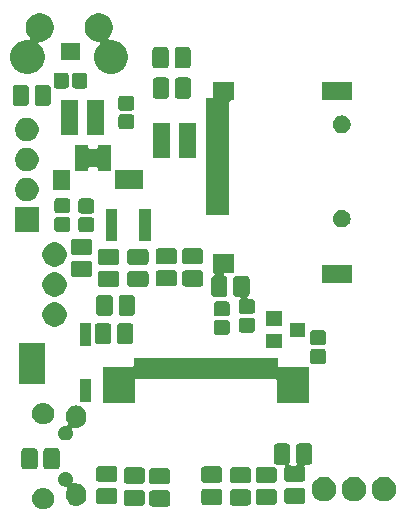
<source format=gbr>
G04 #@! TF.GenerationSoftware,KiCad,Pcbnew,(5.0.1)-rc2*
G04 #@! TF.CreationDate,2019-03-09T00:44:05-07:00*
G04 #@! TF.ProjectId,GPSLogger,4750534C6F676765722E6B696361645F,rev?*
G04 #@! TF.SameCoordinates,Original*
G04 #@! TF.FileFunction,Soldermask,Bot*
G04 #@! TF.FilePolarity,Negative*
%FSLAX46Y46*%
G04 Gerber Fmt 4.6, Leading zero omitted, Abs format (unit mm)*
G04 Created by KiCad (PCBNEW (5.0.1)-rc2) date 3/9/2019 12:44:05 AM*
%MOMM*%
%LPD*%
G01*
G04 APERTURE LIST*
%ADD10C,0.100000*%
G04 APERTURE END LIST*
D10*
G36*
X197185811Y-63073632D02*
X197293730Y-63084261D01*
X197399617Y-63116382D01*
X197458669Y-63134295D01*
X197487736Y-63149832D01*
X197610676Y-63215544D01*
X197743912Y-63324888D01*
X197853256Y-63458124D01*
X197907422Y-63559463D01*
X197934505Y-63610131D01*
X197951183Y-63665111D01*
X197984539Y-63775070D01*
X198001433Y-63946600D01*
X197984539Y-64118130D01*
X197965919Y-64179510D01*
X197934505Y-64283069D01*
X197908887Y-64330996D01*
X197853256Y-64435076D01*
X197743912Y-64568312D01*
X197610676Y-64677656D01*
X197509337Y-64731822D01*
X197458669Y-64758905D01*
X197403689Y-64775583D01*
X197293730Y-64808939D01*
X197208029Y-64817380D01*
X197165180Y-64821600D01*
X196929220Y-64821600D01*
X196886371Y-64817380D01*
X196800670Y-64808939D01*
X196690711Y-64775583D01*
X196635731Y-64758905D01*
X196585063Y-64731822D01*
X196483724Y-64677656D01*
X196350488Y-64568312D01*
X196241144Y-64435076D01*
X196185513Y-64330996D01*
X196159895Y-64283069D01*
X196128481Y-64179510D01*
X196109861Y-64118130D01*
X196092967Y-63946600D01*
X196109861Y-63775070D01*
X196143217Y-63665111D01*
X196159895Y-63610131D01*
X196186978Y-63559463D01*
X196241144Y-63458124D01*
X196350488Y-63324888D01*
X196483724Y-63215544D01*
X196606664Y-63149832D01*
X196635731Y-63134295D01*
X196694783Y-63116382D01*
X196800670Y-63084261D01*
X196908589Y-63073632D01*
X196929220Y-63071600D01*
X197165180Y-63071600D01*
X197185811Y-63073632D01*
X197185811Y-63073632D01*
G37*
G36*
X207594597Y-63245697D02*
X207647253Y-63261670D01*
X207695765Y-63287600D01*
X207738296Y-63322504D01*
X207773200Y-63365035D01*
X207799130Y-63413547D01*
X207815103Y-63466203D01*
X207821100Y-63527090D01*
X207821100Y-64327310D01*
X207815103Y-64388197D01*
X207799130Y-64440853D01*
X207773200Y-64489365D01*
X207738296Y-64531896D01*
X207695765Y-64566800D01*
X207647253Y-64592730D01*
X207594597Y-64608703D01*
X207533710Y-64614700D01*
X206308490Y-64614700D01*
X206247603Y-64608703D01*
X206194947Y-64592730D01*
X206146435Y-64566800D01*
X206103904Y-64531896D01*
X206069000Y-64489365D01*
X206043070Y-64440853D01*
X206027097Y-64388197D01*
X206021100Y-64327310D01*
X206021100Y-63527090D01*
X206027097Y-63466203D01*
X206043070Y-63413547D01*
X206069000Y-63365035D01*
X206103904Y-63322504D01*
X206146435Y-63287600D01*
X206194947Y-63261670D01*
X206247603Y-63245697D01*
X206308490Y-63239700D01*
X207533710Y-63239700D01*
X207594597Y-63245697D01*
X207594597Y-63245697D01*
G37*
G36*
X199129503Y-61695618D02*
X199129505Y-61695619D01*
X199129506Y-61695619D01*
X199243248Y-61742732D01*
X199243249Y-61742733D01*
X199345617Y-61811133D01*
X199432667Y-61898183D01*
X199432669Y-61898186D01*
X199501068Y-62000552D01*
X199543503Y-62103000D01*
X199548182Y-62114297D01*
X199572200Y-62235041D01*
X199572200Y-62358159D01*
X199550391Y-62467800D01*
X199548181Y-62478906D01*
X199546180Y-62483737D01*
X199542525Y-62492562D01*
X199535413Y-62516011D01*
X199533011Y-62540397D01*
X199535413Y-62564784D01*
X199542527Y-62588233D01*
X199554078Y-62609844D01*
X199569624Y-62628785D01*
X199588566Y-62644331D01*
X199610177Y-62655882D01*
X199633626Y-62662994D01*
X199670263Y-62664794D01*
X199675669Y-62664262D01*
X199675671Y-62664261D01*
X199847200Y-62647367D01*
X200018730Y-62664261D01*
X200120108Y-62695014D01*
X200183669Y-62714295D01*
X200231198Y-62739700D01*
X200335676Y-62795544D01*
X200468912Y-62904888D01*
X200578256Y-63038124D01*
X200614281Y-63105524D01*
X200659505Y-63190131D01*
X200676545Y-63246305D01*
X200709539Y-63355071D01*
X200722200Y-63483622D01*
X200722200Y-63719579D01*
X200709539Y-63848130D01*
X200679668Y-63946600D01*
X200659505Y-64013069D01*
X200641395Y-64046950D01*
X200578256Y-64165076D01*
X200468912Y-64298312D01*
X200335675Y-64407656D01*
X200335673Y-64407657D01*
X200335672Y-64407658D01*
X200183671Y-64488904D01*
X200140750Y-64501924D01*
X200018729Y-64538939D01*
X199847200Y-64555833D01*
X199675670Y-64538939D01*
X199558185Y-64503300D01*
X199510731Y-64488905D01*
X199444370Y-64453434D01*
X199358724Y-64407656D01*
X199225488Y-64298312D01*
X199116144Y-64165075D01*
X199116142Y-64165072D01*
X199034896Y-64013071D01*
X199014732Y-63946600D01*
X198984861Y-63848129D01*
X198972200Y-63719578D01*
X198972200Y-63483621D01*
X198973916Y-63466203D01*
X198976925Y-63435650D01*
X198984861Y-63355070D01*
X199034895Y-63190132D01*
X199034896Y-63190129D01*
X199080118Y-63105524D01*
X199089496Y-63082885D01*
X199094276Y-63058852D01*
X199094276Y-63034348D01*
X199089496Y-63010314D01*
X199080118Y-62987675D01*
X199066504Y-62967301D01*
X199049177Y-62949974D01*
X199028802Y-62936360D01*
X199006163Y-62926982D01*
X198969878Y-62921600D01*
X198885641Y-62921600D01*
X198764897Y-62897582D01*
X198764895Y-62897581D01*
X198764894Y-62897581D01*
X198651152Y-62850468D01*
X198548786Y-62782069D01*
X198548783Y-62782067D01*
X198461733Y-62695017D01*
X198441539Y-62664794D01*
X198393332Y-62592648D01*
X198346219Y-62478906D01*
X198344010Y-62467800D01*
X198322200Y-62358159D01*
X198322200Y-62235041D01*
X198346218Y-62114297D01*
X198350897Y-62103000D01*
X198393332Y-62000552D01*
X198461731Y-61898186D01*
X198461733Y-61898183D01*
X198548783Y-61811133D01*
X198651151Y-61742733D01*
X198651152Y-61742732D01*
X198764894Y-61695619D01*
X198764895Y-61695619D01*
X198764897Y-61695618D01*
X198885641Y-61671600D01*
X199008759Y-61671600D01*
X199129503Y-61695618D01*
X199129503Y-61695618D01*
G37*
G36*
X205435597Y-63182197D02*
X205488253Y-63198170D01*
X205536765Y-63224100D01*
X205579296Y-63259004D01*
X205614200Y-63301535D01*
X205640130Y-63350047D01*
X205656103Y-63402703D01*
X205662100Y-63463590D01*
X205662100Y-64263810D01*
X205656103Y-64324697D01*
X205640130Y-64377353D01*
X205614200Y-64425865D01*
X205579296Y-64468396D01*
X205536765Y-64503300D01*
X205488253Y-64529230D01*
X205435597Y-64545203D01*
X205374710Y-64551200D01*
X204149490Y-64551200D01*
X204088603Y-64545203D01*
X204035947Y-64529230D01*
X203987435Y-64503300D01*
X203944904Y-64468396D01*
X203910000Y-64425865D01*
X203884070Y-64377353D01*
X203868097Y-64324697D01*
X203862100Y-64263810D01*
X203862100Y-63463590D01*
X203868097Y-63402703D01*
X203884070Y-63350047D01*
X203910000Y-63301535D01*
X203944904Y-63259004D01*
X203987435Y-63224100D01*
X204035947Y-63198170D01*
X204088603Y-63182197D01*
X204149490Y-63176200D01*
X205374710Y-63176200D01*
X205435597Y-63182197D01*
X205435597Y-63182197D01*
G37*
G36*
X214414497Y-63161397D02*
X214467153Y-63177370D01*
X214515665Y-63203300D01*
X214558196Y-63238204D01*
X214593100Y-63280735D01*
X214619030Y-63329247D01*
X214635003Y-63381903D01*
X214641000Y-63442790D01*
X214641000Y-64243010D01*
X214635003Y-64303897D01*
X214619030Y-64356553D01*
X214593100Y-64405065D01*
X214558196Y-64447596D01*
X214515665Y-64482500D01*
X214467153Y-64508430D01*
X214414497Y-64524403D01*
X214353610Y-64530400D01*
X213128390Y-64530400D01*
X213067503Y-64524403D01*
X213014847Y-64508430D01*
X212966335Y-64482500D01*
X212923804Y-64447596D01*
X212888900Y-64405065D01*
X212862970Y-64356553D01*
X212846997Y-64303897D01*
X212841000Y-64243010D01*
X212841000Y-63442790D01*
X212846997Y-63381903D01*
X212862970Y-63329247D01*
X212888900Y-63280735D01*
X212923804Y-63238204D01*
X212966335Y-63203300D01*
X213014847Y-63177370D01*
X213067503Y-63161397D01*
X213128390Y-63155400D01*
X214353610Y-63155400D01*
X214414497Y-63161397D01*
X214414497Y-63161397D01*
G37*
G36*
X216624297Y-63110597D02*
X216676953Y-63126570D01*
X216725465Y-63152500D01*
X216767996Y-63187404D01*
X216802900Y-63229935D01*
X216828830Y-63278447D01*
X216844803Y-63331103D01*
X216850800Y-63391990D01*
X216850800Y-64192210D01*
X216844803Y-64253097D01*
X216828830Y-64305753D01*
X216802900Y-64354265D01*
X216767996Y-64396796D01*
X216725465Y-64431700D01*
X216676953Y-64457630D01*
X216624297Y-64473603D01*
X216563410Y-64479600D01*
X215338190Y-64479600D01*
X215277303Y-64473603D01*
X215224647Y-64457630D01*
X215176135Y-64431700D01*
X215133604Y-64396796D01*
X215098700Y-64354265D01*
X215072770Y-64305753D01*
X215056797Y-64253097D01*
X215050800Y-64192210D01*
X215050800Y-63391990D01*
X215056797Y-63331103D01*
X215072770Y-63278447D01*
X215098700Y-63229935D01*
X215133604Y-63187404D01*
X215176135Y-63152500D01*
X215224647Y-63126570D01*
X215277303Y-63110597D01*
X215338190Y-63104600D01*
X216563410Y-63104600D01*
X216624297Y-63110597D01*
X216624297Y-63110597D01*
G37*
G36*
X211988797Y-63097897D02*
X212041453Y-63113870D01*
X212089965Y-63139800D01*
X212132496Y-63174704D01*
X212167400Y-63217235D01*
X212193330Y-63265747D01*
X212209303Y-63318403D01*
X212215300Y-63379290D01*
X212215300Y-64179510D01*
X212209303Y-64240397D01*
X212193330Y-64293053D01*
X212167400Y-64341565D01*
X212132496Y-64384096D01*
X212089965Y-64419000D01*
X212041453Y-64444930D01*
X211988797Y-64460903D01*
X211927910Y-64466900D01*
X210702690Y-64466900D01*
X210641803Y-64460903D01*
X210589147Y-64444930D01*
X210540635Y-64419000D01*
X210498104Y-64384096D01*
X210463200Y-64341565D01*
X210437270Y-64293053D01*
X210421297Y-64240397D01*
X210415300Y-64179510D01*
X210415300Y-63379290D01*
X210421297Y-63318403D01*
X210437270Y-63265747D01*
X210463200Y-63217235D01*
X210498104Y-63174704D01*
X210540635Y-63139800D01*
X210589147Y-63113870D01*
X210641803Y-63097897D01*
X210702690Y-63091900D01*
X211927910Y-63091900D01*
X211988797Y-63097897D01*
X211988797Y-63097897D01*
G37*
G36*
X203111497Y-63044797D02*
X203164153Y-63060770D01*
X203212665Y-63086700D01*
X203255196Y-63121604D01*
X203290100Y-63164135D01*
X203316030Y-63212647D01*
X203332003Y-63265303D01*
X203338000Y-63326190D01*
X203338000Y-64126410D01*
X203332003Y-64187297D01*
X203316030Y-64239953D01*
X203290100Y-64288465D01*
X203255196Y-64330996D01*
X203212665Y-64365900D01*
X203164153Y-64391830D01*
X203111497Y-64407803D01*
X203050610Y-64413800D01*
X201825390Y-64413800D01*
X201764503Y-64407803D01*
X201711847Y-64391830D01*
X201663335Y-64365900D01*
X201620804Y-64330996D01*
X201585900Y-64288465D01*
X201559970Y-64239953D01*
X201543997Y-64187297D01*
X201538000Y-64126410D01*
X201538000Y-63326190D01*
X201543997Y-63265303D01*
X201559970Y-63212647D01*
X201585900Y-63164135D01*
X201620804Y-63121604D01*
X201663335Y-63086700D01*
X201711847Y-63060770D01*
X201764503Y-63044797D01*
X201825390Y-63038800D01*
X203050610Y-63038800D01*
X203111497Y-63044797D01*
X203111497Y-63044797D01*
G37*
G36*
X219024597Y-63021697D02*
X219077253Y-63037670D01*
X219125765Y-63063600D01*
X219168296Y-63098504D01*
X219203200Y-63141035D01*
X219229130Y-63189547D01*
X219245103Y-63242203D01*
X219251100Y-63303090D01*
X219251100Y-64103310D01*
X219245103Y-64164197D01*
X219229130Y-64216853D01*
X219203200Y-64265365D01*
X219168296Y-64307896D01*
X219125765Y-64342800D01*
X219077253Y-64368730D01*
X219024597Y-64384703D01*
X218963710Y-64390700D01*
X217738490Y-64390700D01*
X217677603Y-64384703D01*
X217624947Y-64368730D01*
X217576435Y-64342800D01*
X217533904Y-64307896D01*
X217499000Y-64265365D01*
X217473070Y-64216853D01*
X217457097Y-64164197D01*
X217451100Y-64103310D01*
X217451100Y-63303090D01*
X217457097Y-63242203D01*
X217473070Y-63189547D01*
X217499000Y-63141035D01*
X217533904Y-63098504D01*
X217576435Y-63063600D01*
X217624947Y-63037670D01*
X217677603Y-63021697D01*
X217738490Y-63015700D01*
X218963710Y-63015700D01*
X219024597Y-63021697D01*
X219024597Y-63021697D01*
G37*
G36*
X221131365Y-62143020D02*
X221320889Y-62221523D01*
X221491455Y-62335492D01*
X221636508Y-62480545D01*
X221750477Y-62651111D01*
X221828980Y-62840635D01*
X221869000Y-63041830D01*
X221869000Y-63246970D01*
X221828980Y-63448165D01*
X221750477Y-63637689D01*
X221636508Y-63808255D01*
X221491455Y-63953308D01*
X221320889Y-64067277D01*
X221131365Y-64145780D01*
X220930170Y-64185800D01*
X220725030Y-64185800D01*
X220523835Y-64145780D01*
X220334311Y-64067277D01*
X220163745Y-63953308D01*
X220018692Y-63808255D01*
X219904723Y-63637689D01*
X219826220Y-63448165D01*
X219786200Y-63246970D01*
X219786200Y-63041830D01*
X219826220Y-62840635D01*
X219904723Y-62651111D01*
X220018692Y-62480545D01*
X220163745Y-62335492D01*
X220334311Y-62221523D01*
X220523835Y-62143020D01*
X220725030Y-62103000D01*
X220930170Y-62103000D01*
X221131365Y-62143020D01*
X221131365Y-62143020D01*
G37*
G36*
X223671365Y-62143020D02*
X223860889Y-62221523D01*
X224031455Y-62335492D01*
X224176508Y-62480545D01*
X224290477Y-62651111D01*
X224368980Y-62840635D01*
X224409000Y-63041830D01*
X224409000Y-63246970D01*
X224368980Y-63448165D01*
X224290477Y-63637689D01*
X224176508Y-63808255D01*
X224031455Y-63953308D01*
X223860889Y-64067277D01*
X223671365Y-64145780D01*
X223470170Y-64185800D01*
X223265030Y-64185800D01*
X223063835Y-64145780D01*
X222874311Y-64067277D01*
X222703745Y-63953308D01*
X222558692Y-63808255D01*
X222444723Y-63637689D01*
X222366220Y-63448165D01*
X222326200Y-63246970D01*
X222326200Y-63041830D01*
X222366220Y-62840635D01*
X222444723Y-62651111D01*
X222558692Y-62480545D01*
X222703745Y-62335492D01*
X222874311Y-62221523D01*
X223063835Y-62143020D01*
X223265030Y-62103000D01*
X223470170Y-62103000D01*
X223671365Y-62143020D01*
X223671365Y-62143020D01*
G37*
G36*
X226211365Y-62143020D02*
X226400889Y-62221523D01*
X226571455Y-62335492D01*
X226716508Y-62480545D01*
X226830477Y-62651111D01*
X226908980Y-62840635D01*
X226949000Y-63041830D01*
X226949000Y-63246970D01*
X226908980Y-63448165D01*
X226830477Y-63637689D01*
X226716508Y-63808255D01*
X226571455Y-63953308D01*
X226400889Y-64067277D01*
X226211365Y-64145780D01*
X226010170Y-64185800D01*
X225805030Y-64185800D01*
X225603835Y-64145780D01*
X225414311Y-64067277D01*
X225243745Y-63953308D01*
X225098692Y-63808255D01*
X224984723Y-63637689D01*
X224906220Y-63448165D01*
X224866200Y-63246970D01*
X224866200Y-63041830D01*
X224906220Y-62840635D01*
X224984723Y-62651111D01*
X225098692Y-62480545D01*
X225243745Y-62335492D01*
X225414311Y-62221523D01*
X225603835Y-62143020D01*
X225805030Y-62103000D01*
X226010170Y-62103000D01*
X226211365Y-62143020D01*
X226211365Y-62143020D01*
G37*
G36*
X207594597Y-61370697D02*
X207647253Y-61386670D01*
X207695765Y-61412600D01*
X207738296Y-61447504D01*
X207773200Y-61490035D01*
X207799130Y-61538547D01*
X207815103Y-61591203D01*
X207821100Y-61652090D01*
X207821100Y-62452310D01*
X207815103Y-62513197D01*
X207799130Y-62565853D01*
X207773200Y-62614365D01*
X207738296Y-62656896D01*
X207695765Y-62691800D01*
X207647253Y-62717730D01*
X207594597Y-62733703D01*
X207533710Y-62739700D01*
X206308490Y-62739700D01*
X206247603Y-62733703D01*
X206194947Y-62717730D01*
X206146435Y-62691800D01*
X206103904Y-62656896D01*
X206069000Y-62614365D01*
X206043070Y-62565853D01*
X206027097Y-62513197D01*
X206021100Y-62452310D01*
X206021100Y-61652090D01*
X206027097Y-61591203D01*
X206043070Y-61538547D01*
X206069000Y-61490035D01*
X206103904Y-61447504D01*
X206146435Y-61412600D01*
X206194947Y-61386670D01*
X206247603Y-61370697D01*
X206308490Y-61364700D01*
X207533710Y-61364700D01*
X207594597Y-61370697D01*
X207594597Y-61370697D01*
G37*
G36*
X205435597Y-61307197D02*
X205488253Y-61323170D01*
X205536765Y-61349100D01*
X205579296Y-61384004D01*
X205614200Y-61426535D01*
X205640130Y-61475047D01*
X205656103Y-61527703D01*
X205662100Y-61588590D01*
X205662100Y-62388810D01*
X205656103Y-62449697D01*
X205640130Y-62502353D01*
X205614200Y-62550865D01*
X205579296Y-62593396D01*
X205536765Y-62628300D01*
X205488253Y-62654230D01*
X205435597Y-62670203D01*
X205374710Y-62676200D01*
X204149490Y-62676200D01*
X204088603Y-62670203D01*
X204035947Y-62654230D01*
X203987435Y-62628300D01*
X203944904Y-62593396D01*
X203910000Y-62550865D01*
X203884070Y-62502353D01*
X203868097Y-62449697D01*
X203862100Y-62388810D01*
X203862100Y-61588590D01*
X203868097Y-61527703D01*
X203884070Y-61475047D01*
X203910000Y-61426535D01*
X203944904Y-61384004D01*
X203987435Y-61349100D01*
X204035947Y-61323170D01*
X204088603Y-61307197D01*
X204149490Y-61301200D01*
X205374710Y-61301200D01*
X205435597Y-61307197D01*
X205435597Y-61307197D01*
G37*
G36*
X214414497Y-61286397D02*
X214467153Y-61302370D01*
X214515665Y-61328300D01*
X214558196Y-61363204D01*
X214593100Y-61405735D01*
X214619030Y-61454247D01*
X214635003Y-61506903D01*
X214641000Y-61567790D01*
X214641000Y-62368010D01*
X214635003Y-62428897D01*
X214619030Y-62481553D01*
X214593100Y-62530065D01*
X214558196Y-62572596D01*
X214515665Y-62607500D01*
X214467153Y-62633430D01*
X214414497Y-62649403D01*
X214353610Y-62655400D01*
X213128390Y-62655400D01*
X213067503Y-62649403D01*
X213014847Y-62633430D01*
X212966335Y-62607500D01*
X212923804Y-62572596D01*
X212888900Y-62530065D01*
X212862970Y-62481553D01*
X212846997Y-62428897D01*
X212841000Y-62368010D01*
X212841000Y-61567790D01*
X212846997Y-61506903D01*
X212862970Y-61454247D01*
X212888900Y-61405735D01*
X212923804Y-61363204D01*
X212966335Y-61328300D01*
X213014847Y-61302370D01*
X213067503Y-61286397D01*
X213128390Y-61280400D01*
X214353610Y-61280400D01*
X214414497Y-61286397D01*
X214414497Y-61286397D01*
G37*
G36*
X216691512Y-61237325D02*
X216705125Y-61257700D01*
X216722452Y-61275027D01*
X216767996Y-61312404D01*
X216802900Y-61354935D01*
X216828830Y-61403447D01*
X216844803Y-61456103D01*
X216850800Y-61516990D01*
X216850800Y-62317210D01*
X216844803Y-62378097D01*
X216828830Y-62430753D01*
X216802900Y-62479265D01*
X216767996Y-62521796D01*
X216725465Y-62556700D01*
X216676953Y-62582630D01*
X216624297Y-62598603D01*
X216563410Y-62604600D01*
X215338190Y-62604600D01*
X215277303Y-62598603D01*
X215224647Y-62582630D01*
X215176135Y-62556700D01*
X215133604Y-62521796D01*
X215098700Y-62479265D01*
X215072770Y-62430753D01*
X215056797Y-62378097D01*
X215050800Y-62317210D01*
X215050800Y-61516990D01*
X215056797Y-61456103D01*
X215072770Y-61403447D01*
X215098700Y-61354935D01*
X215133604Y-61312404D01*
X215176135Y-61277500D01*
X215224647Y-61251570D01*
X215277303Y-61235597D01*
X215338190Y-61229600D01*
X216563409Y-61229600D01*
X216624295Y-61235597D01*
X216648800Y-61235597D01*
X216672833Y-61230817D01*
X216686475Y-61225166D01*
X216691512Y-61237325D01*
X216691512Y-61237325D01*
G37*
G36*
X211988797Y-61222897D02*
X212041453Y-61238870D01*
X212089965Y-61264800D01*
X212132496Y-61299704D01*
X212167400Y-61342235D01*
X212193330Y-61390747D01*
X212209303Y-61443403D01*
X212215300Y-61504290D01*
X212215300Y-62304510D01*
X212209303Y-62365397D01*
X212193330Y-62418053D01*
X212167400Y-62466565D01*
X212132496Y-62509096D01*
X212089965Y-62544000D01*
X212041453Y-62569930D01*
X211988797Y-62585903D01*
X211927910Y-62591900D01*
X210702690Y-62591900D01*
X210641803Y-62585903D01*
X210589147Y-62569930D01*
X210540635Y-62544000D01*
X210498104Y-62509096D01*
X210463200Y-62466565D01*
X210437270Y-62418053D01*
X210421297Y-62365397D01*
X210415300Y-62304510D01*
X210415300Y-61504290D01*
X210421297Y-61443403D01*
X210437270Y-61390747D01*
X210463200Y-61342235D01*
X210498104Y-61299704D01*
X210540635Y-61264800D01*
X210589147Y-61238870D01*
X210641803Y-61222897D01*
X210702690Y-61216900D01*
X211927910Y-61216900D01*
X211988797Y-61222897D01*
X211988797Y-61222897D01*
G37*
G36*
X203111497Y-61169797D02*
X203164153Y-61185770D01*
X203212665Y-61211700D01*
X203255196Y-61246604D01*
X203290100Y-61289135D01*
X203316030Y-61337647D01*
X203332003Y-61390303D01*
X203338000Y-61451190D01*
X203338000Y-62251410D01*
X203332003Y-62312297D01*
X203316030Y-62364953D01*
X203290100Y-62413465D01*
X203255196Y-62455996D01*
X203212665Y-62490900D01*
X203164153Y-62516830D01*
X203111497Y-62532803D01*
X203050610Y-62538800D01*
X201825390Y-62538800D01*
X201764503Y-62532803D01*
X201711847Y-62516830D01*
X201663335Y-62490900D01*
X201620804Y-62455996D01*
X201585900Y-62413465D01*
X201559970Y-62364953D01*
X201543997Y-62312297D01*
X201538000Y-62251410D01*
X201538000Y-61451190D01*
X201543997Y-61390303D01*
X201559970Y-61337647D01*
X201585900Y-61289135D01*
X201620804Y-61246604D01*
X201663335Y-61211700D01*
X201711847Y-61185770D01*
X201764503Y-61169797D01*
X201825390Y-61163800D01*
X203050610Y-61163800D01*
X203111497Y-61169797D01*
X203111497Y-61169797D01*
G37*
G36*
X217735997Y-59265997D02*
X217788653Y-59281970D01*
X217837165Y-59307900D01*
X217879696Y-59342804D01*
X217914600Y-59385335D01*
X217940530Y-59433847D01*
X217956503Y-59486503D01*
X217962500Y-59547390D01*
X217962500Y-60772610D01*
X217956503Y-60833497D01*
X217940530Y-60886153D01*
X217914601Y-60934664D01*
X217913177Y-60936399D01*
X217899563Y-60956773D01*
X217890185Y-60979412D01*
X217885404Y-61003445D01*
X217885404Y-61027950D01*
X217890184Y-61051983D01*
X217899561Y-61074622D01*
X217913174Y-61094997D01*
X217930501Y-61112325D01*
X217950875Y-61125939D01*
X217973514Y-61135317D01*
X217997547Y-61140098D01*
X218009802Y-61140700D01*
X218415198Y-61140700D01*
X218439584Y-61138298D01*
X218463033Y-61131185D01*
X218484644Y-61119634D01*
X218503586Y-61104088D01*
X218519132Y-61085146D01*
X218530683Y-61063535D01*
X218537796Y-61040086D01*
X218540198Y-61015700D01*
X218537796Y-60991314D01*
X218530683Y-60967865D01*
X218519132Y-60946254D01*
X218511823Y-60936399D01*
X218510399Y-60934664D01*
X218484470Y-60886153D01*
X218468497Y-60833497D01*
X218462500Y-60772610D01*
X218462500Y-59547390D01*
X218468497Y-59486503D01*
X218484470Y-59433847D01*
X218510400Y-59385335D01*
X218545304Y-59342804D01*
X218587835Y-59307900D01*
X218636347Y-59281970D01*
X218689003Y-59265997D01*
X218749890Y-59260000D01*
X219550110Y-59260000D01*
X219610997Y-59265997D01*
X219663653Y-59281970D01*
X219712165Y-59307900D01*
X219754696Y-59342804D01*
X219789600Y-59385335D01*
X219815530Y-59433847D01*
X219831503Y-59486503D01*
X219837500Y-59547390D01*
X219837500Y-60772610D01*
X219831503Y-60833497D01*
X219815530Y-60886153D01*
X219789600Y-60934665D01*
X219754696Y-60977196D01*
X219712165Y-61012100D01*
X219663653Y-61038030D01*
X219610997Y-61054003D01*
X219550110Y-61060000D01*
X219298402Y-61060000D01*
X219274016Y-61062402D01*
X219250567Y-61069515D01*
X219228956Y-61081066D01*
X219210014Y-61096612D01*
X219194468Y-61115554D01*
X219182917Y-61137165D01*
X219175804Y-61160614D01*
X219173402Y-61185000D01*
X219175804Y-61209386D01*
X219182917Y-61232835D01*
X219194468Y-61254446D01*
X219201777Y-61264301D01*
X219203201Y-61266036D01*
X219229130Y-61314547D01*
X219245103Y-61367203D01*
X219251100Y-61428090D01*
X219251100Y-62228310D01*
X219245103Y-62289197D01*
X219229130Y-62341853D01*
X219203200Y-62390365D01*
X219168296Y-62432896D01*
X219125765Y-62467800D01*
X219077253Y-62493730D01*
X219024597Y-62509703D01*
X218963710Y-62515700D01*
X217738490Y-62515700D01*
X217677603Y-62509703D01*
X217624947Y-62493730D01*
X217576435Y-62467800D01*
X217533904Y-62432896D01*
X217499000Y-62390365D01*
X217473070Y-62341853D01*
X217457097Y-62289197D01*
X217451100Y-62228310D01*
X217451100Y-61428090D01*
X217457097Y-61367203D01*
X217473070Y-61314547D01*
X217498999Y-61266036D01*
X217500423Y-61264301D01*
X217514037Y-61243927D01*
X217523415Y-61221288D01*
X217528196Y-61197255D01*
X217528196Y-61172750D01*
X217523416Y-61148717D01*
X217514039Y-61126078D01*
X217500426Y-61105703D01*
X217483099Y-61088375D01*
X217462725Y-61074761D01*
X217440086Y-61065383D01*
X217416053Y-61060602D01*
X217403798Y-61060000D01*
X216874891Y-61060000D01*
X216814005Y-61054003D01*
X216789500Y-61054003D01*
X216765467Y-61058783D01*
X216751825Y-61064434D01*
X216746788Y-61052275D01*
X216733175Y-61031900D01*
X216715848Y-61014573D01*
X216670304Y-60977196D01*
X216635400Y-60934665D01*
X216609470Y-60886153D01*
X216593497Y-60833497D01*
X216587500Y-60772610D01*
X216587500Y-59547390D01*
X216593497Y-59486503D01*
X216609470Y-59433847D01*
X216635400Y-59385335D01*
X216670304Y-59342804D01*
X216712835Y-59307900D01*
X216761347Y-59281970D01*
X216814003Y-59265997D01*
X216874890Y-59260000D01*
X217675110Y-59260000D01*
X217735997Y-59265997D01*
X217735997Y-59265997D01*
G37*
G36*
X198225397Y-59659597D02*
X198278053Y-59675570D01*
X198326565Y-59701500D01*
X198369096Y-59736404D01*
X198404000Y-59778935D01*
X198429930Y-59827447D01*
X198445903Y-59880103D01*
X198451900Y-59940990D01*
X198451900Y-61166210D01*
X198445903Y-61227097D01*
X198429930Y-61279753D01*
X198404000Y-61328265D01*
X198369096Y-61370796D01*
X198326565Y-61405700D01*
X198278053Y-61431630D01*
X198225397Y-61447603D01*
X198164510Y-61453600D01*
X197364290Y-61453600D01*
X197303403Y-61447603D01*
X197250747Y-61431630D01*
X197202235Y-61405700D01*
X197159704Y-61370796D01*
X197124800Y-61328265D01*
X197098870Y-61279753D01*
X197082897Y-61227097D01*
X197076900Y-61166210D01*
X197076900Y-59940990D01*
X197082897Y-59880103D01*
X197098870Y-59827447D01*
X197124800Y-59778935D01*
X197159704Y-59736404D01*
X197202235Y-59701500D01*
X197250747Y-59675570D01*
X197303403Y-59659597D01*
X197364290Y-59653600D01*
X198164510Y-59653600D01*
X198225397Y-59659597D01*
X198225397Y-59659597D01*
G37*
G36*
X196350397Y-59659597D02*
X196403053Y-59675570D01*
X196451565Y-59701500D01*
X196494096Y-59736404D01*
X196529000Y-59778935D01*
X196554930Y-59827447D01*
X196570903Y-59880103D01*
X196576900Y-59940990D01*
X196576900Y-61166210D01*
X196570903Y-61227097D01*
X196554930Y-61279753D01*
X196529000Y-61328265D01*
X196494096Y-61370796D01*
X196451565Y-61405700D01*
X196403053Y-61431630D01*
X196350397Y-61447603D01*
X196289510Y-61453600D01*
X195489290Y-61453600D01*
X195428403Y-61447603D01*
X195375747Y-61431630D01*
X195327235Y-61405700D01*
X195284704Y-61370796D01*
X195249800Y-61328265D01*
X195223870Y-61279753D01*
X195207897Y-61227097D01*
X195201900Y-61166210D01*
X195201900Y-59940990D01*
X195207897Y-59880103D01*
X195223870Y-59827447D01*
X195249800Y-59778935D01*
X195284704Y-59736404D01*
X195327235Y-59701500D01*
X195375747Y-59675570D01*
X195428403Y-59659597D01*
X195489290Y-59653600D01*
X196289510Y-59653600D01*
X196350397Y-59659597D01*
X196350397Y-59659597D01*
G37*
G36*
X200018730Y-56064261D02*
X200128689Y-56097617D01*
X200183669Y-56114295D01*
X200234337Y-56141378D01*
X200335676Y-56195544D01*
X200468912Y-56304888D01*
X200578256Y-56438124D01*
X200618881Y-56514129D01*
X200659505Y-56590131D01*
X200684522Y-56672602D01*
X200709539Y-56755071D01*
X200722200Y-56883622D01*
X200722200Y-57119579D01*
X200709539Y-57248130D01*
X200676183Y-57358089D01*
X200659505Y-57413069D01*
X200632422Y-57463737D01*
X200578256Y-57565076D01*
X200468912Y-57698312D01*
X200335675Y-57807656D01*
X200335673Y-57807657D01*
X200335672Y-57807658D01*
X200183671Y-57888904D01*
X200140750Y-57901924D01*
X200018729Y-57938939D01*
X199847200Y-57955833D01*
X199675670Y-57938939D01*
X199652315Y-57931854D01*
X199628290Y-57927076D01*
X199603786Y-57927076D01*
X199579753Y-57931856D01*
X199557114Y-57941234D01*
X199536739Y-57954848D01*
X199519412Y-57972175D01*
X199505798Y-57992549D01*
X199496420Y-58015188D01*
X199491640Y-58039222D01*
X199491640Y-58063726D01*
X199496420Y-58087759D01*
X199500553Y-58099310D01*
X199501067Y-58100550D01*
X199501068Y-58100552D01*
X199548181Y-58214294D01*
X199572200Y-58335043D01*
X199572200Y-58458157D01*
X199548181Y-58578906D01*
X199501068Y-58692648D01*
X199501067Y-58692649D01*
X199432667Y-58795017D01*
X199345617Y-58882067D01*
X199345614Y-58882069D01*
X199243248Y-58950468D01*
X199129506Y-58997581D01*
X199129505Y-58997581D01*
X199129503Y-58997582D01*
X199008759Y-59021600D01*
X198885641Y-59021600D01*
X198764897Y-58997582D01*
X198764895Y-58997581D01*
X198764894Y-58997581D01*
X198651152Y-58950468D01*
X198548786Y-58882069D01*
X198548783Y-58882067D01*
X198461733Y-58795017D01*
X198393333Y-58692649D01*
X198393332Y-58692648D01*
X198346219Y-58578906D01*
X198322200Y-58458157D01*
X198322200Y-58335043D01*
X198346219Y-58214294D01*
X198393332Y-58100552D01*
X198461731Y-57998186D01*
X198461733Y-57998183D01*
X198548783Y-57911133D01*
X198550165Y-57910209D01*
X198651152Y-57842732D01*
X198764894Y-57795619D01*
X198764895Y-57795619D01*
X198764897Y-57795618D01*
X198885641Y-57771600D01*
X199020891Y-57771600D01*
X199021560Y-57771665D01*
X199045943Y-57769232D01*
X199069383Y-57762088D01*
X199090979Y-57750509D01*
X199109901Y-57734939D01*
X199125421Y-57715977D01*
X199136945Y-57694351D01*
X199144028Y-57670893D01*
X199146398Y-57646503D01*
X199143965Y-57622120D01*
X199136821Y-57598680D01*
X199118023Y-57567365D01*
X199116144Y-57565076D01*
X199034896Y-57413071D01*
X199021319Y-57368312D01*
X198984861Y-57248129D01*
X198972200Y-57119578D01*
X198972200Y-56883621D01*
X198984861Y-56755070D01*
X199018217Y-56645111D01*
X199034895Y-56590131D01*
X199061978Y-56539463D01*
X199116144Y-56438124D01*
X199225488Y-56304888D01*
X199358725Y-56195544D01*
X199460064Y-56141378D01*
X199510732Y-56114295D01*
X199565712Y-56097617D01*
X199675671Y-56064261D01*
X199847200Y-56047367D01*
X200018730Y-56064261D01*
X200018730Y-56064261D01*
G37*
G36*
X197208029Y-55875820D02*
X197293730Y-55884261D01*
X197403689Y-55917617D01*
X197458669Y-55934295D01*
X197509337Y-55961378D01*
X197610676Y-56015544D01*
X197743912Y-56124888D01*
X197853256Y-56258124D01*
X197878252Y-56304889D01*
X197934505Y-56410131D01*
X197942997Y-56438126D01*
X197984539Y-56575070D01*
X198001433Y-56746600D01*
X197984539Y-56918130D01*
X197951183Y-57028089D01*
X197934505Y-57083069D01*
X197914990Y-57119578D01*
X197853256Y-57235076D01*
X197743912Y-57368312D01*
X197610676Y-57477656D01*
X197509337Y-57531822D01*
X197458669Y-57558905D01*
X197403689Y-57575583D01*
X197293730Y-57608939D01*
X197208029Y-57617380D01*
X197165180Y-57621600D01*
X196929220Y-57621600D01*
X196886371Y-57617380D01*
X196800670Y-57608939D01*
X196690711Y-57575583D01*
X196635731Y-57558905D01*
X196585063Y-57531822D01*
X196483724Y-57477656D01*
X196350488Y-57368312D01*
X196241144Y-57235076D01*
X196179410Y-57119578D01*
X196159895Y-57083069D01*
X196143217Y-57028089D01*
X196109861Y-56918130D01*
X196092967Y-56746600D01*
X196109861Y-56575070D01*
X196151403Y-56438126D01*
X196159895Y-56410131D01*
X196216148Y-56304889D01*
X196241144Y-56258124D01*
X196350488Y-56124888D01*
X196483724Y-56015544D01*
X196585063Y-55961378D01*
X196635731Y-55934295D01*
X196690711Y-55917617D01*
X196800670Y-55884261D01*
X196886371Y-55875820D01*
X196929220Y-55871600D01*
X197165180Y-55871600D01*
X197208029Y-55875820D01*
X197208029Y-55875820D01*
G37*
G36*
X216929400Y-52667900D02*
X216931802Y-52692286D01*
X216938915Y-52715735D01*
X216950466Y-52737346D01*
X216966012Y-52756288D01*
X216984954Y-52771834D01*
X217006565Y-52783385D01*
X217030014Y-52790498D01*
X217054400Y-52792900D01*
X219529400Y-52792900D01*
X219529400Y-55842900D01*
X216829400Y-55842900D01*
X216829400Y-53942900D01*
X216826998Y-53918514D01*
X216819885Y-53895065D01*
X216808334Y-53873454D01*
X216792788Y-53854512D01*
X216773846Y-53838966D01*
X216752235Y-53827415D01*
X216728786Y-53820302D01*
X216704400Y-53817900D01*
X204954400Y-53817900D01*
X204930014Y-53820302D01*
X204906565Y-53827415D01*
X204884954Y-53838966D01*
X204866012Y-53854512D01*
X204850466Y-53873454D01*
X204838915Y-53895065D01*
X204831802Y-53918514D01*
X204829400Y-53942900D01*
X204829400Y-55842900D01*
X202129400Y-55842900D01*
X202129400Y-52792900D01*
X204604400Y-52792900D01*
X204628786Y-52790498D01*
X204652235Y-52783385D01*
X204673846Y-52771834D01*
X204692788Y-52756288D01*
X204708334Y-52737346D01*
X204719885Y-52715735D01*
X204726998Y-52692286D01*
X204729400Y-52667900D01*
X204729400Y-52017900D01*
X216929400Y-52017900D01*
X216929400Y-52667900D01*
X216929400Y-52667900D01*
G37*
G36*
X201134800Y-55770000D02*
X200134800Y-55770000D01*
X200134800Y-53846000D01*
X201134800Y-53846000D01*
X201134800Y-55770000D01*
X201134800Y-55770000D01*
G37*
G36*
X197234800Y-54208000D02*
X195034800Y-54208000D01*
X195034800Y-50808000D01*
X197234800Y-50808000D01*
X197234800Y-54208000D01*
X197234800Y-54208000D01*
G37*
G36*
X220793622Y-51268017D02*
X220841585Y-51282566D01*
X220885775Y-51306186D01*
X220924518Y-51337982D01*
X220956314Y-51376725D01*
X220979934Y-51420915D01*
X220994483Y-51468878D01*
X221000000Y-51524891D01*
X221000000Y-52275109D01*
X220994483Y-52331122D01*
X220979934Y-52379085D01*
X220956314Y-52423275D01*
X220924518Y-52462018D01*
X220885775Y-52493814D01*
X220841585Y-52517434D01*
X220793622Y-52531983D01*
X220737609Y-52537500D01*
X219912391Y-52537500D01*
X219856378Y-52531983D01*
X219808415Y-52517434D01*
X219764225Y-52493814D01*
X219725482Y-52462018D01*
X219693686Y-52423275D01*
X219670066Y-52379085D01*
X219655517Y-52331122D01*
X219650000Y-52275109D01*
X219650000Y-51524891D01*
X219655517Y-51468878D01*
X219670066Y-51420915D01*
X219693686Y-51376725D01*
X219725482Y-51337982D01*
X219764225Y-51306186D01*
X219808415Y-51282566D01*
X219856378Y-51268017D01*
X219912391Y-51262500D01*
X220737609Y-51262500D01*
X220793622Y-51268017D01*
X220793622Y-51268017D01*
G37*
G36*
X217250000Y-51200000D02*
X215950000Y-51200000D01*
X215950000Y-50000000D01*
X217250000Y-50000000D01*
X217250000Y-51200000D01*
X217250000Y-51200000D01*
G37*
G36*
X201134800Y-51020000D02*
X200134800Y-51020000D01*
X200134800Y-49096000D01*
X201134800Y-49096000D01*
X201134800Y-51020000D01*
X201134800Y-51020000D01*
G37*
G36*
X220793622Y-49693017D02*
X220841585Y-49707566D01*
X220885775Y-49731186D01*
X220924518Y-49762982D01*
X220956314Y-49801725D01*
X220979934Y-49845915D01*
X220994483Y-49893878D01*
X221000000Y-49949891D01*
X221000000Y-50700109D01*
X220994483Y-50756122D01*
X220979934Y-50804085D01*
X220956314Y-50848275D01*
X220924518Y-50887018D01*
X220885775Y-50918814D01*
X220841585Y-50942434D01*
X220793622Y-50956983D01*
X220737609Y-50962500D01*
X219912391Y-50962500D01*
X219856378Y-50956983D01*
X219808415Y-50942434D01*
X219764225Y-50918814D01*
X219725482Y-50887018D01*
X219693686Y-50848275D01*
X219670066Y-50804085D01*
X219655517Y-50756122D01*
X219650000Y-50700109D01*
X219650000Y-49949891D01*
X219655517Y-49893878D01*
X219670066Y-49845915D01*
X219693686Y-49801725D01*
X219725482Y-49762982D01*
X219764225Y-49731186D01*
X219808415Y-49707566D01*
X219856378Y-49693017D01*
X219912391Y-49687500D01*
X220737609Y-49687500D01*
X220793622Y-49693017D01*
X220793622Y-49693017D01*
G37*
G36*
X204456497Y-49080497D02*
X204509153Y-49096470D01*
X204557665Y-49122400D01*
X204600196Y-49157304D01*
X204635100Y-49199835D01*
X204661030Y-49248347D01*
X204677003Y-49301003D01*
X204683000Y-49361890D01*
X204683000Y-50587110D01*
X204677003Y-50647997D01*
X204661030Y-50700653D01*
X204635100Y-50749165D01*
X204600196Y-50791696D01*
X204557665Y-50826600D01*
X204509153Y-50852530D01*
X204456497Y-50868503D01*
X204395610Y-50874500D01*
X203595390Y-50874500D01*
X203534503Y-50868503D01*
X203481847Y-50852530D01*
X203433335Y-50826600D01*
X203390804Y-50791696D01*
X203355900Y-50749165D01*
X203329970Y-50700653D01*
X203313997Y-50647997D01*
X203308000Y-50587110D01*
X203308000Y-49361890D01*
X203313997Y-49301003D01*
X203329970Y-49248347D01*
X203355900Y-49199835D01*
X203390804Y-49157304D01*
X203433335Y-49122400D01*
X203481847Y-49096470D01*
X203534503Y-49080497D01*
X203595390Y-49074500D01*
X204395610Y-49074500D01*
X204456497Y-49080497D01*
X204456497Y-49080497D01*
G37*
G36*
X202581497Y-49080497D02*
X202634153Y-49096470D01*
X202682665Y-49122400D01*
X202725196Y-49157304D01*
X202760100Y-49199835D01*
X202786030Y-49248347D01*
X202802003Y-49301003D01*
X202808000Y-49361890D01*
X202808000Y-50587110D01*
X202802003Y-50647997D01*
X202786030Y-50700653D01*
X202760100Y-50749165D01*
X202725196Y-50791696D01*
X202682665Y-50826600D01*
X202634153Y-50852530D01*
X202581497Y-50868503D01*
X202520610Y-50874500D01*
X201720390Y-50874500D01*
X201659503Y-50868503D01*
X201606847Y-50852530D01*
X201558335Y-50826600D01*
X201515804Y-50791696D01*
X201480900Y-50749165D01*
X201454970Y-50700653D01*
X201438997Y-50647997D01*
X201433000Y-50587110D01*
X201433000Y-49361890D01*
X201438997Y-49301003D01*
X201454970Y-49248347D01*
X201480900Y-49199835D01*
X201515804Y-49157304D01*
X201558335Y-49122400D01*
X201606847Y-49096470D01*
X201659503Y-49080497D01*
X201720390Y-49074500D01*
X202520610Y-49074500D01*
X202581497Y-49080497D01*
X202581497Y-49080497D01*
G37*
G36*
X219250000Y-50250000D02*
X217950000Y-50250000D01*
X217950000Y-49050000D01*
X219250000Y-49050000D01*
X219250000Y-50250000D01*
X219250000Y-50250000D01*
G37*
G36*
X212634822Y-48821817D02*
X212682785Y-48836366D01*
X212726975Y-48859986D01*
X212765718Y-48891782D01*
X212797514Y-48930525D01*
X212821134Y-48974715D01*
X212835683Y-49022678D01*
X212841200Y-49078691D01*
X212841200Y-49828909D01*
X212835683Y-49884922D01*
X212821134Y-49932885D01*
X212797514Y-49977075D01*
X212765718Y-50015818D01*
X212726975Y-50047614D01*
X212682785Y-50071234D01*
X212634822Y-50085783D01*
X212578809Y-50091300D01*
X211753591Y-50091300D01*
X211697578Y-50085783D01*
X211649615Y-50071234D01*
X211605425Y-50047614D01*
X211566682Y-50015818D01*
X211534886Y-49977075D01*
X211511266Y-49932885D01*
X211496717Y-49884922D01*
X211491200Y-49828909D01*
X211491200Y-49078691D01*
X211496717Y-49022678D01*
X211511266Y-48974715D01*
X211534886Y-48930525D01*
X211566682Y-48891782D01*
X211605425Y-48859986D01*
X211649615Y-48836366D01*
X211697578Y-48821817D01*
X211753591Y-48816300D01*
X212578809Y-48816300D01*
X212634822Y-48821817D01*
X212634822Y-48821817D01*
G37*
G36*
X214768422Y-48618717D02*
X214816385Y-48633266D01*
X214860575Y-48656886D01*
X214899318Y-48688682D01*
X214931114Y-48727425D01*
X214954734Y-48771615D01*
X214969283Y-48819578D01*
X214974800Y-48875591D01*
X214974800Y-49625809D01*
X214969283Y-49681822D01*
X214954734Y-49729785D01*
X214931114Y-49773975D01*
X214899318Y-49812718D01*
X214860575Y-49844514D01*
X214816385Y-49868134D01*
X214768422Y-49882683D01*
X214712409Y-49888200D01*
X213887191Y-49888200D01*
X213831178Y-49882683D01*
X213783215Y-49868134D01*
X213739025Y-49844514D01*
X213700282Y-49812718D01*
X213668486Y-49773975D01*
X213644866Y-49729785D01*
X213630317Y-49681822D01*
X213624800Y-49625809D01*
X213624800Y-48875591D01*
X213630317Y-48819578D01*
X213644866Y-48771615D01*
X213668486Y-48727425D01*
X213700282Y-48688682D01*
X213739025Y-48656886D01*
X213783215Y-48633266D01*
X213831178Y-48618717D01*
X213887191Y-48613200D01*
X214712409Y-48613200D01*
X214768422Y-48618717D01*
X214768422Y-48618717D01*
G37*
G36*
X198322165Y-47360220D02*
X198511689Y-47438723D01*
X198682255Y-47552692D01*
X198827308Y-47697745D01*
X198941277Y-47868311D01*
X199019780Y-48057835D01*
X199059800Y-48259030D01*
X199059800Y-48464170D01*
X199019780Y-48665365D01*
X198941277Y-48854889D01*
X198827308Y-49025455D01*
X198682255Y-49170508D01*
X198511689Y-49284477D01*
X198322165Y-49362980D01*
X198120970Y-49403000D01*
X197915830Y-49403000D01*
X197714635Y-49362980D01*
X197525111Y-49284477D01*
X197354545Y-49170508D01*
X197209492Y-49025455D01*
X197095523Y-48854889D01*
X197017020Y-48665365D01*
X196977000Y-48464170D01*
X196977000Y-48259030D01*
X197017020Y-48057835D01*
X197095523Y-47868311D01*
X197209492Y-47697745D01*
X197354545Y-47552692D01*
X197525111Y-47438723D01*
X197714635Y-47360220D01*
X197915830Y-47320200D01*
X198120970Y-47320200D01*
X198322165Y-47360220D01*
X198322165Y-47360220D01*
G37*
G36*
X217250000Y-49300000D02*
X215950000Y-49300000D01*
X215950000Y-48100000D01*
X217250000Y-48100000D01*
X217250000Y-49300000D01*
X217250000Y-49300000D01*
G37*
G36*
X212634822Y-47246817D02*
X212682785Y-47261366D01*
X212726975Y-47284986D01*
X212765718Y-47316782D01*
X212797514Y-47355525D01*
X212821134Y-47399715D01*
X212835683Y-47447678D01*
X212841200Y-47503691D01*
X212841200Y-48253909D01*
X212835683Y-48309922D01*
X212821134Y-48357885D01*
X212797514Y-48402075D01*
X212765718Y-48440818D01*
X212726975Y-48472614D01*
X212682785Y-48496234D01*
X212634822Y-48510783D01*
X212578809Y-48516300D01*
X211753591Y-48516300D01*
X211697578Y-48510783D01*
X211649615Y-48496234D01*
X211605425Y-48472614D01*
X211566682Y-48440818D01*
X211534886Y-48402075D01*
X211511266Y-48357885D01*
X211496717Y-48309922D01*
X211491200Y-48253909D01*
X211491200Y-47503691D01*
X211496717Y-47447678D01*
X211511266Y-47399715D01*
X211534886Y-47355525D01*
X211566682Y-47316782D01*
X211605425Y-47284986D01*
X211649615Y-47261366D01*
X211697578Y-47246817D01*
X211753591Y-47241300D01*
X212578809Y-47241300D01*
X212634822Y-47246817D01*
X212634822Y-47246817D01*
G37*
G36*
X204583497Y-46680197D02*
X204636153Y-46696170D01*
X204684665Y-46722100D01*
X204727196Y-46757004D01*
X204762100Y-46799535D01*
X204788030Y-46848047D01*
X204804003Y-46900703D01*
X204810000Y-46961590D01*
X204810000Y-48186810D01*
X204804003Y-48247697D01*
X204788030Y-48300353D01*
X204762100Y-48348865D01*
X204727196Y-48391396D01*
X204684665Y-48426300D01*
X204636153Y-48452230D01*
X204583497Y-48468203D01*
X204522610Y-48474200D01*
X203722390Y-48474200D01*
X203661503Y-48468203D01*
X203608847Y-48452230D01*
X203560335Y-48426300D01*
X203517804Y-48391396D01*
X203482900Y-48348865D01*
X203456970Y-48300353D01*
X203440997Y-48247697D01*
X203435000Y-48186810D01*
X203435000Y-46961590D01*
X203440997Y-46900703D01*
X203456970Y-46848047D01*
X203482900Y-46799535D01*
X203517804Y-46757004D01*
X203560335Y-46722100D01*
X203608847Y-46696170D01*
X203661503Y-46680197D01*
X203722390Y-46674200D01*
X204522610Y-46674200D01*
X204583497Y-46680197D01*
X204583497Y-46680197D01*
G37*
G36*
X202708497Y-46680197D02*
X202761153Y-46696170D01*
X202809665Y-46722100D01*
X202852196Y-46757004D01*
X202887100Y-46799535D01*
X202913030Y-46848047D01*
X202929003Y-46900703D01*
X202935000Y-46961590D01*
X202935000Y-48186810D01*
X202929003Y-48247697D01*
X202913030Y-48300353D01*
X202887100Y-48348865D01*
X202852196Y-48391396D01*
X202809665Y-48426300D01*
X202761153Y-48452230D01*
X202708497Y-48468203D01*
X202647610Y-48474200D01*
X201847390Y-48474200D01*
X201786503Y-48468203D01*
X201733847Y-48452230D01*
X201685335Y-48426300D01*
X201642804Y-48391396D01*
X201607900Y-48348865D01*
X201581970Y-48300353D01*
X201565997Y-48247697D01*
X201560000Y-48186810D01*
X201560000Y-46961590D01*
X201565997Y-46900703D01*
X201581970Y-46848047D01*
X201607900Y-46799535D01*
X201642804Y-46757004D01*
X201685335Y-46722100D01*
X201733847Y-46696170D01*
X201786503Y-46680197D01*
X201847390Y-46674200D01*
X202647610Y-46674200D01*
X202708497Y-46680197D01*
X202708497Y-46680197D01*
G37*
G36*
X214303597Y-45067297D02*
X214356253Y-45083270D01*
X214404765Y-45109200D01*
X214447296Y-45144104D01*
X214482200Y-45186635D01*
X214508130Y-45235147D01*
X214524103Y-45287803D01*
X214530100Y-45348690D01*
X214530100Y-46573910D01*
X214524103Y-46634797D01*
X214508130Y-46687453D01*
X214482200Y-46735965D01*
X214447296Y-46778496D01*
X214400898Y-46816574D01*
X214383571Y-46833901D01*
X214369957Y-46854276D01*
X214360580Y-46876915D01*
X214355800Y-46900949D01*
X214355800Y-46925453D01*
X214360581Y-46949486D01*
X214369958Y-46972125D01*
X214383572Y-46992500D01*
X214400899Y-47009827D01*
X214421274Y-47023441D01*
X214443913Y-47032818D01*
X214480198Y-47038200D01*
X214712409Y-47038200D01*
X214768422Y-47043717D01*
X214816385Y-47058266D01*
X214860575Y-47081886D01*
X214899318Y-47113682D01*
X214931114Y-47152425D01*
X214954734Y-47196615D01*
X214969283Y-47244578D01*
X214974800Y-47300591D01*
X214974800Y-48050809D01*
X214969283Y-48106822D01*
X214954734Y-48154785D01*
X214931114Y-48198975D01*
X214899318Y-48237718D01*
X214860575Y-48269514D01*
X214816385Y-48293134D01*
X214768422Y-48307683D01*
X214712409Y-48313200D01*
X213887191Y-48313200D01*
X213831178Y-48307683D01*
X213783215Y-48293134D01*
X213739025Y-48269514D01*
X213700282Y-48237718D01*
X213668486Y-48198975D01*
X213644866Y-48154785D01*
X213630317Y-48106822D01*
X213624800Y-48050809D01*
X213624800Y-47300591D01*
X213630317Y-47244578D01*
X213644866Y-47196615D01*
X213668486Y-47152425D01*
X213700282Y-47113682D01*
X213737758Y-47082926D01*
X213755085Y-47065598D01*
X213768699Y-47045224D01*
X213778076Y-47022585D01*
X213782856Y-46998551D01*
X213782856Y-46974047D01*
X213778075Y-46950013D01*
X213768698Y-46927374D01*
X213755084Y-46907000D01*
X213737756Y-46889673D01*
X213717382Y-46876059D01*
X213694743Y-46866682D01*
X213658458Y-46861300D01*
X213442490Y-46861300D01*
X213381603Y-46855303D01*
X213328947Y-46839330D01*
X213280435Y-46813400D01*
X213237904Y-46778496D01*
X213203000Y-46735965D01*
X213177070Y-46687453D01*
X213161097Y-46634797D01*
X213155100Y-46573910D01*
X213155100Y-45348690D01*
X213161097Y-45287803D01*
X213177070Y-45235147D01*
X213203000Y-45186635D01*
X213237904Y-45144104D01*
X213280435Y-45109200D01*
X213328947Y-45083270D01*
X213357468Y-45074618D01*
X213373126Y-45068132D01*
X213442490Y-45061300D01*
X214242710Y-45061300D01*
X214303597Y-45067297D01*
X214303597Y-45067297D01*
G37*
G36*
X198322165Y-44820220D02*
X198511689Y-44898723D01*
X198682255Y-45012692D01*
X198827308Y-45157745D01*
X198941277Y-45328311D01*
X199019780Y-45517835D01*
X199059800Y-45719030D01*
X199059800Y-45924170D01*
X199019780Y-46125365D01*
X198941277Y-46314889D01*
X198827308Y-46485455D01*
X198682255Y-46630508D01*
X198511689Y-46744477D01*
X198322165Y-46822980D01*
X198120970Y-46863000D01*
X197915830Y-46863000D01*
X197714635Y-46822980D01*
X197525111Y-46744477D01*
X197354545Y-46630508D01*
X197209492Y-46485455D01*
X197095523Y-46314889D01*
X197017020Y-46125365D01*
X196977000Y-45924170D01*
X196977000Y-45719030D01*
X197017020Y-45517835D01*
X197095523Y-45328311D01*
X197209492Y-45157745D01*
X197354545Y-45012692D01*
X197525111Y-44898723D01*
X197714635Y-44820220D01*
X197915830Y-44780200D01*
X198120970Y-44780200D01*
X198322165Y-44820220D01*
X198322165Y-44820220D01*
G37*
G36*
X213230000Y-44830000D02*
X212489018Y-44830000D01*
X212464632Y-44832402D01*
X212441183Y-44839515D01*
X212419572Y-44851066D01*
X212400630Y-44866612D01*
X212385084Y-44885554D01*
X212373533Y-44907165D01*
X212366420Y-44930614D01*
X212364018Y-44955000D01*
X212366420Y-44979386D01*
X212373533Y-45002835D01*
X212385084Y-45024446D01*
X212400630Y-45043388D01*
X212419572Y-45058934D01*
X212452732Y-45074618D01*
X212481253Y-45083270D01*
X212529765Y-45109200D01*
X212572296Y-45144104D01*
X212607200Y-45186635D01*
X212633130Y-45235147D01*
X212649103Y-45287803D01*
X212655100Y-45348690D01*
X212655100Y-46573910D01*
X212649103Y-46634797D01*
X212633130Y-46687453D01*
X212607200Y-46735965D01*
X212572296Y-46778496D01*
X212529765Y-46813400D01*
X212481253Y-46839330D01*
X212428597Y-46855303D01*
X212367710Y-46861300D01*
X211567490Y-46861300D01*
X211506603Y-46855303D01*
X211453947Y-46839330D01*
X211405435Y-46813400D01*
X211362904Y-46778496D01*
X211328000Y-46735965D01*
X211302070Y-46687453D01*
X211286097Y-46634797D01*
X211280100Y-46573910D01*
X211280100Y-45348690D01*
X211286097Y-45287803D01*
X211302070Y-45235147D01*
X211328000Y-45186635D01*
X211362904Y-45144104D01*
X211405435Y-45109200D01*
X211453947Y-45083270D01*
X211482468Y-45074618D01*
X211505107Y-45065240D01*
X211525481Y-45051626D01*
X211542808Y-45034299D01*
X211556422Y-45013924D01*
X211565800Y-44991285D01*
X211570580Y-44967252D01*
X211570580Y-44942748D01*
X211565800Y-44918714D01*
X211556422Y-44896075D01*
X211542808Y-44875701D01*
X211525481Y-44858374D01*
X211505106Y-44844760D01*
X211482467Y-44835382D01*
X211446182Y-44830000D01*
X211430000Y-44830000D01*
X211430000Y-43230000D01*
X213230000Y-43230000D01*
X213230000Y-44830000D01*
X213230000Y-44830000D01*
G37*
G36*
X203263897Y-44670197D02*
X203316553Y-44686170D01*
X203365065Y-44712100D01*
X203407596Y-44747004D01*
X203442500Y-44789535D01*
X203468430Y-44838047D01*
X203484403Y-44890703D01*
X203490400Y-44951590D01*
X203490400Y-45751810D01*
X203484403Y-45812697D01*
X203468430Y-45865353D01*
X203442500Y-45913865D01*
X203407596Y-45956396D01*
X203365065Y-45991300D01*
X203316553Y-46017230D01*
X203263897Y-46033203D01*
X203203010Y-46039200D01*
X201977790Y-46039200D01*
X201916903Y-46033203D01*
X201864247Y-46017230D01*
X201815735Y-45991300D01*
X201773204Y-45956396D01*
X201738300Y-45913865D01*
X201712370Y-45865353D01*
X201696397Y-45812697D01*
X201690400Y-45751810D01*
X201690400Y-44951590D01*
X201696397Y-44890703D01*
X201712370Y-44838047D01*
X201738300Y-44789535D01*
X201773204Y-44747004D01*
X201815735Y-44712100D01*
X201864247Y-44686170D01*
X201916903Y-44670197D01*
X201977790Y-44664200D01*
X203203010Y-44664200D01*
X203263897Y-44670197D01*
X203263897Y-44670197D01*
G37*
G36*
X205753097Y-44655197D02*
X205805753Y-44671170D01*
X205854265Y-44697100D01*
X205896796Y-44732004D01*
X205931700Y-44774535D01*
X205957630Y-44823047D01*
X205973603Y-44875701D01*
X205979600Y-44936590D01*
X205979600Y-45736810D01*
X205973603Y-45797697D01*
X205957630Y-45850353D01*
X205931700Y-45898865D01*
X205896796Y-45941396D01*
X205854265Y-45976300D01*
X205805753Y-46002230D01*
X205753097Y-46018203D01*
X205692210Y-46024200D01*
X204466990Y-46024200D01*
X204406103Y-46018203D01*
X204353447Y-46002230D01*
X204304935Y-45976300D01*
X204262404Y-45941396D01*
X204227500Y-45898865D01*
X204201570Y-45850353D01*
X204185597Y-45797697D01*
X204179600Y-45736810D01*
X204179600Y-44936590D01*
X204185597Y-44875701D01*
X204201570Y-44823047D01*
X204227500Y-44774535D01*
X204262404Y-44732004D01*
X204304935Y-44697100D01*
X204353447Y-44671170D01*
X204406103Y-44655197D01*
X204466990Y-44649200D01*
X205692210Y-44649200D01*
X205753097Y-44655197D01*
X205753097Y-44655197D01*
G37*
G36*
X210388597Y-44619397D02*
X210441253Y-44635370D01*
X210489765Y-44661300D01*
X210532296Y-44696204D01*
X210567200Y-44738735D01*
X210593130Y-44787247D01*
X210609103Y-44839903D01*
X210615100Y-44900790D01*
X210615100Y-45701010D01*
X210609103Y-45761897D01*
X210593130Y-45814553D01*
X210567200Y-45863065D01*
X210532296Y-45905596D01*
X210489765Y-45940500D01*
X210441253Y-45966430D01*
X210388597Y-45982403D01*
X210327710Y-45988400D01*
X209102490Y-45988400D01*
X209041603Y-45982403D01*
X208988947Y-45966430D01*
X208940435Y-45940500D01*
X208897904Y-45905596D01*
X208863000Y-45863065D01*
X208837070Y-45814553D01*
X208821097Y-45761897D01*
X208815100Y-45701010D01*
X208815100Y-44900790D01*
X208821097Y-44839903D01*
X208837070Y-44787247D01*
X208863000Y-44738735D01*
X208897904Y-44696204D01*
X208940435Y-44661300D01*
X208988947Y-44635370D01*
X209041603Y-44619397D01*
X209102490Y-44613400D01*
X210327710Y-44613400D01*
X210388597Y-44619397D01*
X210388597Y-44619397D01*
G37*
G36*
X208140697Y-44604397D02*
X208193353Y-44620370D01*
X208241865Y-44646300D01*
X208284396Y-44681204D01*
X208319300Y-44723735D01*
X208345230Y-44772247D01*
X208361203Y-44824903D01*
X208367200Y-44885790D01*
X208367200Y-45686010D01*
X208361203Y-45746897D01*
X208345230Y-45799553D01*
X208319300Y-45848065D01*
X208284396Y-45890596D01*
X208241865Y-45925500D01*
X208193353Y-45951430D01*
X208140697Y-45967403D01*
X208079810Y-45973400D01*
X206854590Y-45973400D01*
X206793703Y-45967403D01*
X206741047Y-45951430D01*
X206692535Y-45925500D01*
X206650004Y-45890596D01*
X206615100Y-45848065D01*
X206589170Y-45799553D01*
X206573197Y-45746897D01*
X206567200Y-45686010D01*
X206567200Y-44885790D01*
X206573197Y-44824903D01*
X206589170Y-44772247D01*
X206615100Y-44723735D01*
X206650004Y-44681204D01*
X206692535Y-44646300D01*
X206741047Y-44620370D01*
X206793703Y-44604397D01*
X206854590Y-44598400D01*
X208079810Y-44598400D01*
X208140697Y-44604397D01*
X208140697Y-44604397D01*
G37*
G36*
X223230000Y-45730000D02*
X220630000Y-45730000D01*
X220630000Y-44130000D01*
X223230000Y-44130000D01*
X223230000Y-45730000D01*
X223230000Y-45730000D01*
G37*
G36*
X200977897Y-43814697D02*
X201030553Y-43830670D01*
X201079065Y-43856600D01*
X201121596Y-43891504D01*
X201156500Y-43934035D01*
X201182430Y-43982547D01*
X201198403Y-44035203D01*
X201204400Y-44096090D01*
X201204400Y-44896310D01*
X201198403Y-44957197D01*
X201182430Y-45009853D01*
X201156500Y-45058365D01*
X201121596Y-45100896D01*
X201079065Y-45135800D01*
X201030553Y-45161730D01*
X200977897Y-45177703D01*
X200917010Y-45183700D01*
X199691790Y-45183700D01*
X199630903Y-45177703D01*
X199578247Y-45161730D01*
X199529735Y-45135800D01*
X199487204Y-45100896D01*
X199452300Y-45058365D01*
X199426370Y-45009853D01*
X199410397Y-44957197D01*
X199404400Y-44896310D01*
X199404400Y-44096090D01*
X199410397Y-44035203D01*
X199426370Y-43982547D01*
X199452300Y-43934035D01*
X199487204Y-43891504D01*
X199529735Y-43856600D01*
X199578247Y-43830670D01*
X199630903Y-43814697D01*
X199691790Y-43808700D01*
X200917010Y-43808700D01*
X200977897Y-43814697D01*
X200977897Y-43814697D01*
G37*
G36*
X198322165Y-42280220D02*
X198511689Y-42358723D01*
X198682255Y-42472692D01*
X198827308Y-42617745D01*
X198941277Y-42788311D01*
X199019780Y-42977835D01*
X199059800Y-43179030D01*
X199059800Y-43384170D01*
X199019780Y-43585365D01*
X198941277Y-43774889D01*
X198827308Y-43945455D01*
X198682255Y-44090508D01*
X198511689Y-44204477D01*
X198322165Y-44282980D01*
X198120970Y-44323000D01*
X197915830Y-44323000D01*
X197714635Y-44282980D01*
X197525111Y-44204477D01*
X197354545Y-44090508D01*
X197209492Y-43945455D01*
X197095523Y-43774889D01*
X197017020Y-43585365D01*
X196977000Y-43384170D01*
X196977000Y-43179030D01*
X197017020Y-42977835D01*
X197095523Y-42788311D01*
X197209492Y-42617745D01*
X197354545Y-42472692D01*
X197525111Y-42358723D01*
X197714635Y-42280220D01*
X197915830Y-42240200D01*
X198120970Y-42240200D01*
X198322165Y-42280220D01*
X198322165Y-42280220D01*
G37*
G36*
X203263897Y-42795197D02*
X203316553Y-42811170D01*
X203365065Y-42837100D01*
X203407596Y-42872004D01*
X203442500Y-42914535D01*
X203468430Y-42963047D01*
X203484403Y-43015703D01*
X203490400Y-43076590D01*
X203490400Y-43876810D01*
X203484403Y-43937697D01*
X203468430Y-43990353D01*
X203442500Y-44038865D01*
X203407596Y-44081396D01*
X203365065Y-44116300D01*
X203316553Y-44142230D01*
X203263897Y-44158203D01*
X203203010Y-44164200D01*
X201977790Y-44164200D01*
X201916903Y-44158203D01*
X201864247Y-44142230D01*
X201815735Y-44116300D01*
X201773204Y-44081396D01*
X201738300Y-44038865D01*
X201712370Y-43990353D01*
X201696397Y-43937697D01*
X201690400Y-43876810D01*
X201690400Y-43076590D01*
X201696397Y-43015703D01*
X201712370Y-42963047D01*
X201738300Y-42914535D01*
X201773204Y-42872004D01*
X201815735Y-42837100D01*
X201864247Y-42811170D01*
X201916903Y-42795197D01*
X201977790Y-42789200D01*
X203203010Y-42789200D01*
X203263897Y-42795197D01*
X203263897Y-42795197D01*
G37*
G36*
X205753097Y-42780197D02*
X205805753Y-42796170D01*
X205854265Y-42822100D01*
X205896796Y-42857004D01*
X205931700Y-42899535D01*
X205957630Y-42948047D01*
X205973603Y-43000703D01*
X205979600Y-43061590D01*
X205979600Y-43861810D01*
X205973603Y-43922697D01*
X205957630Y-43975353D01*
X205931700Y-44023865D01*
X205896796Y-44066396D01*
X205854265Y-44101300D01*
X205805753Y-44127230D01*
X205753097Y-44143203D01*
X205692210Y-44149200D01*
X204466990Y-44149200D01*
X204406103Y-44143203D01*
X204353447Y-44127230D01*
X204304935Y-44101300D01*
X204262404Y-44066396D01*
X204227500Y-44023865D01*
X204201570Y-43975353D01*
X204185597Y-43922697D01*
X204179600Y-43861810D01*
X204179600Y-43061590D01*
X204185597Y-43000703D01*
X204201570Y-42948047D01*
X204227500Y-42899535D01*
X204262404Y-42857004D01*
X204304935Y-42822100D01*
X204353447Y-42796170D01*
X204406103Y-42780197D01*
X204466990Y-42774200D01*
X205692210Y-42774200D01*
X205753097Y-42780197D01*
X205753097Y-42780197D01*
G37*
G36*
X210388597Y-42744397D02*
X210441253Y-42760370D01*
X210489765Y-42786300D01*
X210532296Y-42821204D01*
X210567200Y-42863735D01*
X210593130Y-42912247D01*
X210609103Y-42964903D01*
X210615100Y-43025790D01*
X210615100Y-43826010D01*
X210609103Y-43886897D01*
X210593130Y-43939553D01*
X210567200Y-43988065D01*
X210532296Y-44030596D01*
X210489765Y-44065500D01*
X210441253Y-44091430D01*
X210388597Y-44107403D01*
X210327710Y-44113400D01*
X209102490Y-44113400D01*
X209041603Y-44107403D01*
X208988947Y-44091430D01*
X208940435Y-44065500D01*
X208897904Y-44030596D01*
X208863000Y-43988065D01*
X208837070Y-43939553D01*
X208821097Y-43886897D01*
X208815100Y-43826010D01*
X208815100Y-43025790D01*
X208821097Y-42964903D01*
X208837070Y-42912247D01*
X208863000Y-42863735D01*
X208897904Y-42821204D01*
X208940435Y-42786300D01*
X208988947Y-42760370D01*
X209041603Y-42744397D01*
X209102490Y-42738400D01*
X210327710Y-42738400D01*
X210388597Y-42744397D01*
X210388597Y-42744397D01*
G37*
G36*
X208140697Y-42729397D02*
X208193353Y-42745370D01*
X208241865Y-42771300D01*
X208284396Y-42806204D01*
X208319300Y-42848735D01*
X208345230Y-42897247D01*
X208361203Y-42949903D01*
X208367200Y-43010790D01*
X208367200Y-43811010D01*
X208361203Y-43871897D01*
X208345230Y-43924553D01*
X208319300Y-43973065D01*
X208284396Y-44015596D01*
X208241865Y-44050500D01*
X208193353Y-44076430D01*
X208140697Y-44092403D01*
X208079810Y-44098400D01*
X206854590Y-44098400D01*
X206793703Y-44092403D01*
X206741047Y-44076430D01*
X206692535Y-44050500D01*
X206650004Y-44015596D01*
X206615100Y-43973065D01*
X206589170Y-43924553D01*
X206573197Y-43871897D01*
X206567200Y-43811010D01*
X206567200Y-43010790D01*
X206573197Y-42949903D01*
X206589170Y-42897247D01*
X206615100Y-42848735D01*
X206650004Y-42806204D01*
X206692535Y-42771300D01*
X206741047Y-42745370D01*
X206793703Y-42729397D01*
X206854590Y-42723400D01*
X208079810Y-42723400D01*
X208140697Y-42729397D01*
X208140697Y-42729397D01*
G37*
G36*
X200977897Y-41939697D02*
X201030553Y-41955670D01*
X201079065Y-41981600D01*
X201121596Y-42016504D01*
X201156500Y-42059035D01*
X201182430Y-42107547D01*
X201198403Y-42160203D01*
X201204400Y-42221090D01*
X201204400Y-43021310D01*
X201198403Y-43082197D01*
X201182430Y-43134853D01*
X201156500Y-43183365D01*
X201121596Y-43225896D01*
X201079065Y-43260800D01*
X201030553Y-43286730D01*
X200977897Y-43302703D01*
X200917010Y-43308700D01*
X199691790Y-43308700D01*
X199630903Y-43302703D01*
X199578247Y-43286730D01*
X199529735Y-43260800D01*
X199487204Y-43225896D01*
X199452300Y-43183365D01*
X199426370Y-43134853D01*
X199410397Y-43082197D01*
X199404400Y-43021310D01*
X199404400Y-42221090D01*
X199410397Y-42160203D01*
X199426370Y-42107547D01*
X199452300Y-42059035D01*
X199487204Y-42016504D01*
X199529735Y-41981600D01*
X199578247Y-41955670D01*
X199630903Y-41939697D01*
X199691790Y-41933700D01*
X200917010Y-41933700D01*
X200977897Y-41939697D01*
X200977897Y-41939697D01*
G37*
G36*
X203344400Y-42132200D02*
X202344400Y-42132200D01*
X202344400Y-39382200D01*
X203344400Y-39382200D01*
X203344400Y-42132200D01*
X203344400Y-42132200D01*
G37*
G36*
X206144400Y-42132200D02*
X205144400Y-42132200D01*
X205144400Y-39382200D01*
X206144400Y-39382200D01*
X206144400Y-42132200D01*
X206144400Y-42132200D01*
G37*
G36*
X201179422Y-40109817D02*
X201227385Y-40124366D01*
X201271575Y-40147986D01*
X201310318Y-40179782D01*
X201342114Y-40218525D01*
X201365734Y-40262715D01*
X201380283Y-40310678D01*
X201385800Y-40366691D01*
X201385800Y-41116909D01*
X201380283Y-41172922D01*
X201365734Y-41220885D01*
X201342114Y-41265075D01*
X201310318Y-41303818D01*
X201271575Y-41335614D01*
X201227385Y-41359234D01*
X201179422Y-41373783D01*
X201123409Y-41379300D01*
X200298191Y-41379300D01*
X200242178Y-41373783D01*
X200194215Y-41359234D01*
X200150025Y-41335614D01*
X200111282Y-41303818D01*
X200079486Y-41265075D01*
X200055866Y-41220885D01*
X200041317Y-41172922D01*
X200035800Y-41116909D01*
X200035800Y-40366691D01*
X200041317Y-40310678D01*
X200055866Y-40262715D01*
X200079486Y-40218525D01*
X200111282Y-40179782D01*
X200150025Y-40147986D01*
X200194215Y-40124366D01*
X200242178Y-40109817D01*
X200298191Y-40104300D01*
X201123409Y-40104300D01*
X201179422Y-40109817D01*
X201179422Y-40109817D01*
G37*
G36*
X199147422Y-40084417D02*
X199195385Y-40098966D01*
X199239575Y-40122586D01*
X199278318Y-40154382D01*
X199310114Y-40193125D01*
X199333734Y-40237315D01*
X199348283Y-40285278D01*
X199353800Y-40341291D01*
X199353800Y-41091509D01*
X199348283Y-41147522D01*
X199333734Y-41195485D01*
X199310114Y-41239675D01*
X199278318Y-41278418D01*
X199239575Y-41310214D01*
X199195385Y-41333834D01*
X199147422Y-41348383D01*
X199091409Y-41353900D01*
X198266191Y-41353900D01*
X198210178Y-41348383D01*
X198162215Y-41333834D01*
X198118025Y-41310214D01*
X198079282Y-41278418D01*
X198047486Y-41239675D01*
X198023866Y-41195485D01*
X198009317Y-41147522D01*
X198003800Y-41091509D01*
X198003800Y-40341291D01*
X198009317Y-40285278D01*
X198023866Y-40237315D01*
X198047486Y-40193125D01*
X198079282Y-40154382D01*
X198118025Y-40122586D01*
X198162215Y-40098966D01*
X198210178Y-40084417D01*
X198266191Y-40078900D01*
X199091409Y-40078900D01*
X199147422Y-40084417D01*
X199147422Y-40084417D01*
G37*
G36*
X196675000Y-41350000D02*
X194675000Y-41350000D01*
X194675000Y-39250000D01*
X196675000Y-39250000D01*
X196675000Y-41350000D01*
X196675000Y-41350000D01*
G37*
G36*
X222431771Y-39485550D02*
X222548767Y-39508822D01*
X222581390Y-39522335D01*
X222685257Y-39565358D01*
X222808100Y-39647439D01*
X222912561Y-39751900D01*
X222994642Y-39874743D01*
X223017530Y-39930000D01*
X223051178Y-40011233D01*
X223064638Y-40078900D01*
X223080000Y-40156130D01*
X223080000Y-40303870D01*
X223051178Y-40448766D01*
X222994642Y-40585257D01*
X222912561Y-40708100D01*
X222808100Y-40812561D01*
X222685257Y-40894642D01*
X222605303Y-40927760D01*
X222548767Y-40951178D01*
X222476318Y-40965589D01*
X222403870Y-40980000D01*
X222256130Y-40980000D01*
X222183682Y-40965589D01*
X222111233Y-40951178D01*
X222054697Y-40927760D01*
X221974743Y-40894642D01*
X221851900Y-40812561D01*
X221747439Y-40708100D01*
X221665358Y-40585257D01*
X221608822Y-40448766D01*
X221580000Y-40303870D01*
X221580000Y-40156130D01*
X221595362Y-40078900D01*
X221608822Y-40011233D01*
X221642470Y-39930000D01*
X221665358Y-39874743D01*
X221747439Y-39751900D01*
X221851900Y-39647439D01*
X221974743Y-39565358D01*
X222078610Y-39522335D01*
X222111233Y-39508822D01*
X222228229Y-39485550D01*
X222256130Y-39480000D01*
X222403870Y-39480000D01*
X222431771Y-39485550D01*
X222431771Y-39485550D01*
G37*
G36*
X213230000Y-30230000D02*
X212955000Y-30230000D01*
X212930614Y-30232402D01*
X212907165Y-30239515D01*
X212885554Y-30251066D01*
X212866612Y-30266612D01*
X212851066Y-30285554D01*
X212839515Y-30307165D01*
X212832402Y-30330614D01*
X212830000Y-30355000D01*
X212830000Y-39930000D01*
X210830000Y-39930000D01*
X210830000Y-30030000D01*
X211305000Y-30030000D01*
X211329386Y-30027598D01*
X211352835Y-30020485D01*
X211374446Y-30008934D01*
X211393388Y-29993388D01*
X211408934Y-29974446D01*
X211420485Y-29952835D01*
X211427598Y-29929386D01*
X211430000Y-29905000D01*
X211430000Y-28630000D01*
X213230000Y-28630000D01*
X213230000Y-30230000D01*
X213230000Y-30230000D01*
G37*
G36*
X201179422Y-38534817D02*
X201227385Y-38549366D01*
X201271575Y-38572986D01*
X201310318Y-38604782D01*
X201342114Y-38643525D01*
X201365734Y-38687715D01*
X201380283Y-38735678D01*
X201385800Y-38791691D01*
X201385800Y-39541909D01*
X201380283Y-39597922D01*
X201365734Y-39645885D01*
X201342114Y-39690075D01*
X201310318Y-39728818D01*
X201271575Y-39760614D01*
X201227385Y-39784234D01*
X201179422Y-39798783D01*
X201123409Y-39804300D01*
X200298191Y-39804300D01*
X200242178Y-39798783D01*
X200194215Y-39784234D01*
X200150025Y-39760614D01*
X200111282Y-39728818D01*
X200079486Y-39690075D01*
X200055866Y-39645885D01*
X200041317Y-39597922D01*
X200035800Y-39541909D01*
X200035800Y-38791691D01*
X200041317Y-38735678D01*
X200055866Y-38687715D01*
X200079486Y-38643525D01*
X200111282Y-38604782D01*
X200150025Y-38572986D01*
X200194215Y-38549366D01*
X200242178Y-38534817D01*
X200298191Y-38529300D01*
X201123409Y-38529300D01*
X201179422Y-38534817D01*
X201179422Y-38534817D01*
G37*
G36*
X199147422Y-38509417D02*
X199195385Y-38523966D01*
X199239575Y-38547586D01*
X199278318Y-38579382D01*
X199310114Y-38618125D01*
X199333734Y-38662315D01*
X199348283Y-38710278D01*
X199353800Y-38766291D01*
X199353800Y-39516509D01*
X199348283Y-39572522D01*
X199333734Y-39620485D01*
X199310114Y-39664675D01*
X199278318Y-39703418D01*
X199239575Y-39735214D01*
X199195385Y-39758834D01*
X199147422Y-39773383D01*
X199091409Y-39778900D01*
X198266191Y-39778900D01*
X198210178Y-39773383D01*
X198162215Y-39758834D01*
X198118025Y-39735214D01*
X198079282Y-39703418D01*
X198047486Y-39664675D01*
X198023866Y-39620485D01*
X198009317Y-39572522D01*
X198003800Y-39516509D01*
X198003800Y-38766291D01*
X198009317Y-38710278D01*
X198023866Y-38662315D01*
X198047486Y-38618125D01*
X198079282Y-38579382D01*
X198118025Y-38547586D01*
X198162215Y-38523966D01*
X198210178Y-38509417D01*
X198266191Y-38503900D01*
X199091409Y-38503900D01*
X199147422Y-38509417D01*
X199147422Y-38509417D01*
G37*
G36*
X195831809Y-36771600D02*
X195966689Y-36798429D01*
X196148678Y-36873811D01*
X196312463Y-36983249D01*
X196451751Y-37122537D01*
X196561189Y-37286322D01*
X196636571Y-37468311D01*
X196675000Y-37661509D01*
X196675000Y-37858491D01*
X196636571Y-38051689D01*
X196561189Y-38233678D01*
X196451751Y-38397463D01*
X196312463Y-38536751D01*
X196148678Y-38646189D01*
X195966689Y-38721571D01*
X195850770Y-38744628D01*
X195773493Y-38760000D01*
X195576507Y-38760000D01*
X195499230Y-38744628D01*
X195383311Y-38721571D01*
X195201322Y-38646189D01*
X195037537Y-38536751D01*
X194898249Y-38397463D01*
X194788811Y-38233678D01*
X194713429Y-38051689D01*
X194675000Y-37858491D01*
X194675000Y-37661509D01*
X194713429Y-37468311D01*
X194788811Y-37286322D01*
X194898249Y-37122537D01*
X195037537Y-36983249D01*
X195201322Y-36873811D01*
X195383311Y-36798429D01*
X195518191Y-36771600D01*
X195576507Y-36760000D01*
X195773493Y-36760000D01*
X195831809Y-36771600D01*
X195831809Y-36771600D01*
G37*
G36*
X199364600Y-37795200D02*
X197891400Y-37795200D01*
X197891400Y-36144200D01*
X199364600Y-36144200D01*
X199364600Y-37795200D01*
X199364600Y-37795200D01*
G37*
G36*
X205467600Y-37771600D02*
X203167600Y-37771600D01*
X203167600Y-36091600D01*
X205467600Y-36091600D01*
X205467600Y-37771600D01*
X205467600Y-37771600D01*
G37*
G36*
X195850770Y-34235372D02*
X195966689Y-34258429D01*
X196148678Y-34333811D01*
X196312463Y-34443249D01*
X196451751Y-34582537D01*
X196561189Y-34746322D01*
X196636571Y-34928311D01*
X196675000Y-35121509D01*
X196675000Y-35318491D01*
X196636571Y-35511689D01*
X196561189Y-35693678D01*
X196451751Y-35857463D01*
X196312463Y-35996751D01*
X196148678Y-36106189D01*
X195966689Y-36181571D01*
X195859962Y-36202800D01*
X195773493Y-36220000D01*
X195576507Y-36220000D01*
X195490038Y-36202800D01*
X195383311Y-36181571D01*
X195201322Y-36106189D01*
X195037537Y-35996751D01*
X194898249Y-35857463D01*
X194788811Y-35693678D01*
X194713429Y-35511689D01*
X194675000Y-35318491D01*
X194675000Y-35121509D01*
X194713429Y-34928311D01*
X194788811Y-34746322D01*
X194898249Y-34582537D01*
X195037537Y-34443249D01*
X195201322Y-34333811D01*
X195383311Y-34258429D01*
X195499230Y-34235372D01*
X195576507Y-34220000D01*
X195773493Y-34220000D01*
X195850770Y-34235372D01*
X195850770Y-34235372D01*
G37*
G36*
X200819600Y-34177800D02*
X200822002Y-34202186D01*
X200829115Y-34225635D01*
X200840666Y-34247246D01*
X200856212Y-34266188D01*
X200875154Y-34281734D01*
X200896765Y-34293285D01*
X200920214Y-34300398D01*
X200944600Y-34302800D01*
X201594600Y-34302800D01*
X201618986Y-34300398D01*
X201642435Y-34293285D01*
X201664046Y-34281734D01*
X201682988Y-34266188D01*
X201698534Y-34247246D01*
X201710085Y-34225635D01*
X201717198Y-34202186D01*
X201719600Y-34177800D01*
X201719600Y-34002800D01*
X202819600Y-34002800D01*
X202819600Y-36202800D01*
X201719600Y-36202800D01*
X201719600Y-36027800D01*
X201717198Y-36003414D01*
X201710085Y-35979965D01*
X201698534Y-35958354D01*
X201682988Y-35939412D01*
X201664046Y-35923866D01*
X201642435Y-35912315D01*
X201618986Y-35905202D01*
X201594600Y-35902800D01*
X200944600Y-35902800D01*
X200920214Y-35905202D01*
X200896765Y-35912315D01*
X200875154Y-35923866D01*
X200856212Y-35939412D01*
X200840666Y-35958354D01*
X200829115Y-35979965D01*
X200822002Y-36003414D01*
X200819600Y-36027800D01*
X200819600Y-36202800D01*
X199719600Y-36202800D01*
X199719600Y-34002800D01*
X200819600Y-34002800D01*
X200819600Y-34177800D01*
X200819600Y-34177800D01*
G37*
G36*
X209983000Y-35104600D02*
X208523000Y-35104600D01*
X208523000Y-32154600D01*
X209983000Y-32154600D01*
X209983000Y-35104600D01*
X209983000Y-35104600D01*
G37*
G36*
X207783000Y-35104600D02*
X206323000Y-35104600D01*
X206323000Y-32154600D01*
X207783000Y-32154600D01*
X207783000Y-35104600D01*
X207783000Y-35104600D01*
G37*
G36*
X195850770Y-31695372D02*
X195966689Y-31718429D01*
X196148678Y-31793811D01*
X196312463Y-31903249D01*
X196451751Y-32042537D01*
X196561189Y-32206322D01*
X196636571Y-32388311D01*
X196675000Y-32581509D01*
X196675000Y-32778491D01*
X196636571Y-32971689D01*
X196561189Y-33153678D01*
X196451751Y-33317463D01*
X196312463Y-33456751D01*
X196148678Y-33566189D01*
X195966689Y-33641571D01*
X195850770Y-33664628D01*
X195773493Y-33680000D01*
X195576507Y-33680000D01*
X195499230Y-33664628D01*
X195383311Y-33641571D01*
X195201322Y-33566189D01*
X195037537Y-33456751D01*
X194898249Y-33317463D01*
X194788811Y-33153678D01*
X194713429Y-32971689D01*
X194675000Y-32778491D01*
X194675000Y-32581509D01*
X194713429Y-32388311D01*
X194788811Y-32206322D01*
X194898249Y-32042537D01*
X195037537Y-31903249D01*
X195201322Y-31793811D01*
X195383311Y-31718429D01*
X195499230Y-31695372D01*
X195576507Y-31680000D01*
X195773493Y-31680000D01*
X195850770Y-31695372D01*
X195850770Y-31695372D01*
G37*
G36*
X199985200Y-33123400D02*
X198525200Y-33123400D01*
X198525200Y-30173400D01*
X199985200Y-30173400D01*
X199985200Y-33123400D01*
X199985200Y-33123400D01*
G37*
G36*
X202185200Y-33123400D02*
X200725200Y-33123400D01*
X200725200Y-30173400D01*
X202185200Y-30173400D01*
X202185200Y-33123400D01*
X202185200Y-33123400D01*
G37*
G36*
X222476318Y-31514411D02*
X222548767Y-31528822D01*
X222600655Y-31550315D01*
X222685257Y-31585358D01*
X222808100Y-31667439D01*
X222912561Y-31771900D01*
X222994642Y-31894743D01*
X223027760Y-31974697D01*
X223051178Y-32031233D01*
X223065589Y-32103682D01*
X223080000Y-32176130D01*
X223080000Y-32323870D01*
X223051178Y-32468766D01*
X222994642Y-32605257D01*
X222912561Y-32728100D01*
X222808100Y-32832561D01*
X222685257Y-32914642D01*
X222605303Y-32947760D01*
X222548767Y-32971178D01*
X222476318Y-32985589D01*
X222403870Y-33000000D01*
X222256130Y-33000000D01*
X222183682Y-32985589D01*
X222111233Y-32971178D01*
X222054697Y-32947760D01*
X221974743Y-32914642D01*
X221851900Y-32832561D01*
X221747439Y-32728100D01*
X221665358Y-32605257D01*
X221608822Y-32468766D01*
X221580000Y-32323870D01*
X221580000Y-32176130D01*
X221594411Y-32103682D01*
X221608822Y-32031233D01*
X221632240Y-31974697D01*
X221665358Y-31894743D01*
X221747439Y-31771900D01*
X221851900Y-31667439D01*
X221974743Y-31585358D01*
X222059345Y-31550315D01*
X222111233Y-31528822D01*
X222183682Y-31514411D01*
X222256130Y-31500000D01*
X222403870Y-31500000D01*
X222476318Y-31514411D01*
X222476318Y-31514411D01*
G37*
G36*
X204557622Y-31397417D02*
X204605585Y-31411966D01*
X204649775Y-31435586D01*
X204688518Y-31467382D01*
X204720314Y-31506125D01*
X204743934Y-31550315D01*
X204758483Y-31598278D01*
X204764000Y-31654291D01*
X204764000Y-32404509D01*
X204758483Y-32460522D01*
X204743934Y-32508485D01*
X204720314Y-32552675D01*
X204688518Y-32591418D01*
X204649775Y-32623214D01*
X204605585Y-32646834D01*
X204557622Y-32661383D01*
X204501609Y-32666900D01*
X203676391Y-32666900D01*
X203620378Y-32661383D01*
X203572415Y-32646834D01*
X203528225Y-32623214D01*
X203489482Y-32591418D01*
X203457686Y-32552675D01*
X203434066Y-32508485D01*
X203419517Y-32460522D01*
X203414000Y-32404509D01*
X203414000Y-31654291D01*
X203419517Y-31598278D01*
X203434066Y-31550315D01*
X203457686Y-31506125D01*
X203489482Y-31467382D01*
X203528225Y-31435586D01*
X203572415Y-31411966D01*
X203620378Y-31397417D01*
X203676391Y-31391900D01*
X204501609Y-31391900D01*
X204557622Y-31397417D01*
X204557622Y-31397417D01*
G37*
G36*
X204557622Y-29822417D02*
X204605585Y-29836966D01*
X204649775Y-29860586D01*
X204688518Y-29892382D01*
X204720314Y-29931125D01*
X204743934Y-29975315D01*
X204758483Y-30023278D01*
X204764000Y-30079291D01*
X204764000Y-30829509D01*
X204758483Y-30885522D01*
X204743934Y-30933485D01*
X204720314Y-30977675D01*
X204688518Y-31016418D01*
X204649775Y-31048214D01*
X204605585Y-31071834D01*
X204557622Y-31086383D01*
X204501609Y-31091900D01*
X203676391Y-31091900D01*
X203620378Y-31086383D01*
X203572415Y-31071834D01*
X203528225Y-31048214D01*
X203489482Y-31016418D01*
X203457686Y-30977675D01*
X203434066Y-30933485D01*
X203419517Y-30885522D01*
X203414000Y-30829509D01*
X203414000Y-30079291D01*
X203419517Y-30023278D01*
X203434066Y-29975315D01*
X203457686Y-29931125D01*
X203489482Y-29892382D01*
X203528225Y-29860586D01*
X203572415Y-29836966D01*
X203620378Y-29822417D01*
X203676391Y-29816900D01*
X204501609Y-29816900D01*
X204557622Y-29822417D01*
X204557622Y-29822417D01*
G37*
G36*
X197488797Y-28900197D02*
X197541453Y-28916170D01*
X197589965Y-28942100D01*
X197632496Y-28977004D01*
X197667400Y-29019535D01*
X197693330Y-29068047D01*
X197709303Y-29120703D01*
X197715300Y-29181590D01*
X197715300Y-30406810D01*
X197709303Y-30467697D01*
X197693330Y-30520353D01*
X197667400Y-30568865D01*
X197632496Y-30611396D01*
X197589965Y-30646300D01*
X197541453Y-30672230D01*
X197488797Y-30688203D01*
X197427910Y-30694200D01*
X196627690Y-30694200D01*
X196566803Y-30688203D01*
X196514147Y-30672230D01*
X196465635Y-30646300D01*
X196423104Y-30611396D01*
X196388200Y-30568865D01*
X196362270Y-30520353D01*
X196346297Y-30467697D01*
X196340300Y-30406810D01*
X196340300Y-29181590D01*
X196346297Y-29120703D01*
X196362270Y-29068047D01*
X196388200Y-29019535D01*
X196423104Y-28977004D01*
X196465635Y-28942100D01*
X196514147Y-28916170D01*
X196566803Y-28900197D01*
X196627690Y-28894200D01*
X197427910Y-28894200D01*
X197488797Y-28900197D01*
X197488797Y-28900197D01*
G37*
G36*
X195613797Y-28900197D02*
X195666453Y-28916170D01*
X195714965Y-28942100D01*
X195757496Y-28977004D01*
X195792400Y-29019535D01*
X195818330Y-29068047D01*
X195834303Y-29120703D01*
X195840300Y-29181590D01*
X195840300Y-30406810D01*
X195834303Y-30467697D01*
X195818330Y-30520353D01*
X195792400Y-30568865D01*
X195757496Y-30611396D01*
X195714965Y-30646300D01*
X195666453Y-30672230D01*
X195613797Y-30688203D01*
X195552910Y-30694200D01*
X194752690Y-30694200D01*
X194691803Y-30688203D01*
X194639147Y-30672230D01*
X194590635Y-30646300D01*
X194548104Y-30611396D01*
X194513200Y-30568865D01*
X194487270Y-30520353D01*
X194471297Y-30467697D01*
X194465300Y-30406810D01*
X194465300Y-29181590D01*
X194471297Y-29120703D01*
X194487270Y-29068047D01*
X194513200Y-29019535D01*
X194548104Y-28977004D01*
X194590635Y-28942100D01*
X194639147Y-28916170D01*
X194691803Y-28900197D01*
X194752690Y-28894200D01*
X195552910Y-28894200D01*
X195613797Y-28900197D01*
X195613797Y-28900197D01*
G37*
G36*
X223230000Y-30230000D02*
X220630000Y-30230000D01*
X220630000Y-28630000D01*
X223230000Y-28630000D01*
X223230000Y-30230000D01*
X223230000Y-30230000D01*
G37*
G36*
X207475597Y-28290597D02*
X207528253Y-28306570D01*
X207576765Y-28332500D01*
X207619296Y-28367404D01*
X207654200Y-28409935D01*
X207680130Y-28458447D01*
X207696103Y-28511103D01*
X207702100Y-28571990D01*
X207702100Y-29797210D01*
X207696103Y-29858097D01*
X207680130Y-29910753D01*
X207654200Y-29959265D01*
X207619296Y-30001796D01*
X207576765Y-30036700D01*
X207528253Y-30062630D01*
X207475597Y-30078603D01*
X207414710Y-30084600D01*
X206614490Y-30084600D01*
X206553603Y-30078603D01*
X206500947Y-30062630D01*
X206452435Y-30036700D01*
X206409904Y-30001796D01*
X206375000Y-29959265D01*
X206349070Y-29910753D01*
X206333097Y-29858097D01*
X206327100Y-29797210D01*
X206327100Y-28571990D01*
X206333097Y-28511103D01*
X206349070Y-28458447D01*
X206375000Y-28409935D01*
X206409904Y-28367404D01*
X206452435Y-28332500D01*
X206500947Y-28306570D01*
X206553603Y-28290597D01*
X206614490Y-28284600D01*
X207414710Y-28284600D01*
X207475597Y-28290597D01*
X207475597Y-28290597D01*
G37*
G36*
X209350597Y-28290597D02*
X209403253Y-28306570D01*
X209451765Y-28332500D01*
X209494296Y-28367404D01*
X209529200Y-28409935D01*
X209555130Y-28458447D01*
X209571103Y-28511103D01*
X209577100Y-28571990D01*
X209577100Y-29797210D01*
X209571103Y-29858097D01*
X209555130Y-29910753D01*
X209529200Y-29959265D01*
X209494296Y-30001796D01*
X209451765Y-30036700D01*
X209403253Y-30062630D01*
X209350597Y-30078603D01*
X209289710Y-30084600D01*
X208489490Y-30084600D01*
X208428603Y-30078603D01*
X208375947Y-30062630D01*
X208327435Y-30036700D01*
X208284904Y-30001796D01*
X208250000Y-29959265D01*
X208224070Y-29910753D01*
X208208097Y-29858097D01*
X208202100Y-29797210D01*
X208202100Y-28571990D01*
X208208097Y-28511103D01*
X208224070Y-28458447D01*
X208250000Y-28409935D01*
X208284904Y-28367404D01*
X208327435Y-28332500D01*
X208375947Y-28306570D01*
X208428603Y-28290597D01*
X208489490Y-28284600D01*
X209289710Y-28284600D01*
X209350597Y-28290597D01*
X209350597Y-28290597D01*
G37*
G36*
X199008122Y-27880117D02*
X199056085Y-27894666D01*
X199100275Y-27918286D01*
X199139018Y-27950082D01*
X199170814Y-27988825D01*
X199194434Y-28033015D01*
X199208983Y-28080978D01*
X199214500Y-28136991D01*
X199214500Y-28962209D01*
X199208983Y-29018222D01*
X199194434Y-29066185D01*
X199170814Y-29110375D01*
X199139018Y-29149118D01*
X199100275Y-29180914D01*
X199056085Y-29204534D01*
X199008122Y-29219083D01*
X198952109Y-29224600D01*
X198201891Y-29224600D01*
X198145878Y-29219083D01*
X198097915Y-29204534D01*
X198053725Y-29180914D01*
X198014982Y-29149118D01*
X197983186Y-29110375D01*
X197959566Y-29066185D01*
X197945017Y-29018222D01*
X197939500Y-28962209D01*
X197939500Y-28136991D01*
X197945017Y-28080978D01*
X197959566Y-28033015D01*
X197983186Y-27988825D01*
X198014982Y-27950082D01*
X198053725Y-27918286D01*
X198097915Y-27894666D01*
X198145878Y-27880117D01*
X198201891Y-27874600D01*
X198952109Y-27874600D01*
X199008122Y-27880117D01*
X199008122Y-27880117D01*
G37*
G36*
X200583122Y-27880117D02*
X200631085Y-27894666D01*
X200675275Y-27918286D01*
X200714018Y-27950082D01*
X200745814Y-27988825D01*
X200769434Y-28033015D01*
X200783983Y-28080978D01*
X200789500Y-28136991D01*
X200789500Y-28962209D01*
X200783983Y-29018222D01*
X200769434Y-29066185D01*
X200745814Y-29110375D01*
X200714018Y-29149118D01*
X200675275Y-29180914D01*
X200631085Y-29204534D01*
X200583122Y-29219083D01*
X200527109Y-29224600D01*
X199776891Y-29224600D01*
X199720878Y-29219083D01*
X199672915Y-29204534D01*
X199628725Y-29180914D01*
X199589982Y-29149118D01*
X199558186Y-29110375D01*
X199534566Y-29066185D01*
X199520017Y-29018222D01*
X199514500Y-28962209D01*
X199514500Y-28136991D01*
X199520017Y-28080978D01*
X199534566Y-28033015D01*
X199558186Y-27988825D01*
X199589982Y-27950082D01*
X199628725Y-27918286D01*
X199672915Y-27894666D01*
X199720878Y-27880117D01*
X199776891Y-27874600D01*
X200527109Y-27874600D01*
X200583122Y-27880117D01*
X200583122Y-27880117D01*
G37*
G36*
X197111126Y-22899915D02*
X197329512Y-22990373D01*
X197526058Y-23121701D01*
X197693199Y-23288842D01*
X197824527Y-23485388D01*
X197914985Y-23703774D01*
X197961100Y-23935609D01*
X197961100Y-24171991D01*
X197914985Y-24403826D01*
X197824527Y-24622212D01*
X197693199Y-24818758D01*
X197526058Y-24985899D01*
X197329512Y-25117227D01*
X197111126Y-25207685D01*
X196879291Y-25253800D01*
X196773487Y-25253800D01*
X196749101Y-25256202D01*
X196725652Y-25263315D01*
X196704041Y-25274866D01*
X196685099Y-25290412D01*
X196669553Y-25309354D01*
X196658002Y-25330965D01*
X196650889Y-25354414D01*
X196648487Y-25378800D01*
X196650889Y-25403186D01*
X196658002Y-25426635D01*
X196669553Y-25448246D01*
X196685099Y-25467188D01*
X196847387Y-25629476D01*
X197006073Y-25866967D01*
X197115378Y-26130853D01*
X197171100Y-26410986D01*
X197171100Y-26696614D01*
X197115378Y-26976747D01*
X197006073Y-27240633D01*
X196847387Y-27478124D01*
X196645424Y-27680087D01*
X196407933Y-27838773D01*
X196144047Y-27948078D01*
X195863914Y-28003800D01*
X195578286Y-28003800D01*
X195298153Y-27948078D01*
X195034267Y-27838773D01*
X194796776Y-27680087D01*
X194594813Y-27478124D01*
X194436127Y-27240633D01*
X194326822Y-26976747D01*
X194271100Y-26696614D01*
X194271100Y-26410986D01*
X194326822Y-26130853D01*
X194436127Y-25866967D01*
X194594813Y-25629476D01*
X194796776Y-25427513D01*
X195034267Y-25268827D01*
X195298153Y-25159522D01*
X195578286Y-25103800D01*
X195812267Y-25103800D01*
X195836653Y-25101398D01*
X195860102Y-25094285D01*
X195881713Y-25082734D01*
X195900655Y-25067188D01*
X195916201Y-25048246D01*
X195927752Y-25026635D01*
X195934865Y-25003186D01*
X195937267Y-24978800D01*
X195934865Y-24954414D01*
X195927752Y-24930965D01*
X195916201Y-24909354D01*
X195900655Y-24890412D01*
X195829001Y-24818758D01*
X195697673Y-24622212D01*
X195607215Y-24403826D01*
X195561100Y-24171991D01*
X195561100Y-23935609D01*
X195607215Y-23703774D01*
X195697673Y-23485388D01*
X195829001Y-23288842D01*
X195996142Y-23121701D01*
X196192688Y-22990373D01*
X196411074Y-22899915D01*
X196642909Y-22853800D01*
X196879291Y-22853800D01*
X197111126Y-22899915D01*
X197111126Y-22899915D01*
G37*
G36*
X202111126Y-22899915D02*
X202329512Y-22990373D01*
X202526058Y-23121701D01*
X202693199Y-23288842D01*
X202824527Y-23485388D01*
X202914985Y-23703774D01*
X202961100Y-23935609D01*
X202961100Y-24171991D01*
X202914985Y-24403826D01*
X202824527Y-24622212D01*
X202693199Y-24818758D01*
X202621545Y-24890412D01*
X202605999Y-24909354D01*
X202594448Y-24930965D01*
X202587335Y-24954414D01*
X202584933Y-24978800D01*
X202587335Y-25003186D01*
X202594448Y-25026635D01*
X202605999Y-25048246D01*
X202621545Y-25067188D01*
X202640487Y-25082734D01*
X202662098Y-25094285D01*
X202685547Y-25101398D01*
X202709933Y-25103800D01*
X202943914Y-25103800D01*
X203224047Y-25159522D01*
X203487933Y-25268827D01*
X203725424Y-25427513D01*
X203927387Y-25629476D01*
X204086073Y-25866967D01*
X204195378Y-26130853D01*
X204251100Y-26410986D01*
X204251100Y-26696614D01*
X204195378Y-26976747D01*
X204086073Y-27240633D01*
X203927387Y-27478124D01*
X203725424Y-27680087D01*
X203487933Y-27838773D01*
X203224047Y-27948078D01*
X202943914Y-28003800D01*
X202658286Y-28003800D01*
X202378153Y-27948078D01*
X202114267Y-27838773D01*
X201876776Y-27680087D01*
X201674813Y-27478124D01*
X201516127Y-27240633D01*
X201406822Y-26976747D01*
X201351100Y-26696614D01*
X201351100Y-26410986D01*
X201406822Y-26130853D01*
X201516127Y-25866967D01*
X201674813Y-25629476D01*
X201837101Y-25467188D01*
X201852647Y-25448246D01*
X201864198Y-25426635D01*
X201871311Y-25403186D01*
X201873713Y-25378800D01*
X201871311Y-25354414D01*
X201864198Y-25330965D01*
X201852647Y-25309354D01*
X201837101Y-25290412D01*
X201818159Y-25274866D01*
X201796548Y-25263315D01*
X201773099Y-25256202D01*
X201748713Y-25253800D01*
X201642909Y-25253800D01*
X201411074Y-25207685D01*
X201192688Y-25117227D01*
X200996142Y-24985899D01*
X200829001Y-24818758D01*
X200697673Y-24622212D01*
X200607215Y-24403826D01*
X200561100Y-24171991D01*
X200561100Y-23935609D01*
X200607215Y-23703774D01*
X200697673Y-23485388D01*
X200829001Y-23288842D01*
X200996142Y-23121701D01*
X201192688Y-22990373D01*
X201411074Y-22899915D01*
X201642909Y-22853800D01*
X201879291Y-22853800D01*
X202111126Y-22899915D01*
X202111126Y-22899915D01*
G37*
G36*
X207450197Y-25699797D02*
X207502853Y-25715770D01*
X207551365Y-25741700D01*
X207593896Y-25776604D01*
X207628800Y-25819135D01*
X207654730Y-25867647D01*
X207670703Y-25920303D01*
X207676700Y-25981190D01*
X207676700Y-27206410D01*
X207670703Y-27267297D01*
X207654730Y-27319953D01*
X207628800Y-27368465D01*
X207593896Y-27410996D01*
X207551365Y-27445900D01*
X207502853Y-27471830D01*
X207450197Y-27487803D01*
X207389310Y-27493800D01*
X206589090Y-27493800D01*
X206528203Y-27487803D01*
X206475547Y-27471830D01*
X206427035Y-27445900D01*
X206384504Y-27410996D01*
X206349600Y-27368465D01*
X206323670Y-27319953D01*
X206307697Y-27267297D01*
X206301700Y-27206410D01*
X206301700Y-25981190D01*
X206307697Y-25920303D01*
X206323670Y-25867647D01*
X206349600Y-25819135D01*
X206384504Y-25776604D01*
X206427035Y-25741700D01*
X206475547Y-25715770D01*
X206528203Y-25699797D01*
X206589090Y-25693800D01*
X207389310Y-25693800D01*
X207450197Y-25699797D01*
X207450197Y-25699797D01*
G37*
G36*
X209325197Y-25699797D02*
X209377853Y-25715770D01*
X209426365Y-25741700D01*
X209468896Y-25776604D01*
X209503800Y-25819135D01*
X209529730Y-25867647D01*
X209545703Y-25920303D01*
X209551700Y-25981190D01*
X209551700Y-27206410D01*
X209545703Y-27267297D01*
X209529730Y-27319953D01*
X209503800Y-27368465D01*
X209468896Y-27410996D01*
X209426365Y-27445900D01*
X209377853Y-27471830D01*
X209325197Y-27487803D01*
X209264310Y-27493800D01*
X208464090Y-27493800D01*
X208403203Y-27487803D01*
X208350547Y-27471830D01*
X208302035Y-27445900D01*
X208259504Y-27410996D01*
X208224600Y-27368465D01*
X208198670Y-27319953D01*
X208182697Y-27267297D01*
X208176700Y-27206410D01*
X208176700Y-25981190D01*
X208182697Y-25920303D01*
X208198670Y-25867647D01*
X208224600Y-25819135D01*
X208259504Y-25776604D01*
X208302035Y-25741700D01*
X208350547Y-25715770D01*
X208403203Y-25699797D01*
X208464090Y-25693800D01*
X209264310Y-25693800D01*
X209325197Y-25699797D01*
X209325197Y-25699797D01*
G37*
G36*
X200215500Y-26847800D02*
X198564500Y-26847800D01*
X198564500Y-25374600D01*
X200215500Y-25374600D01*
X200215500Y-26847800D01*
X200215500Y-26847800D01*
G37*
M02*

</source>
